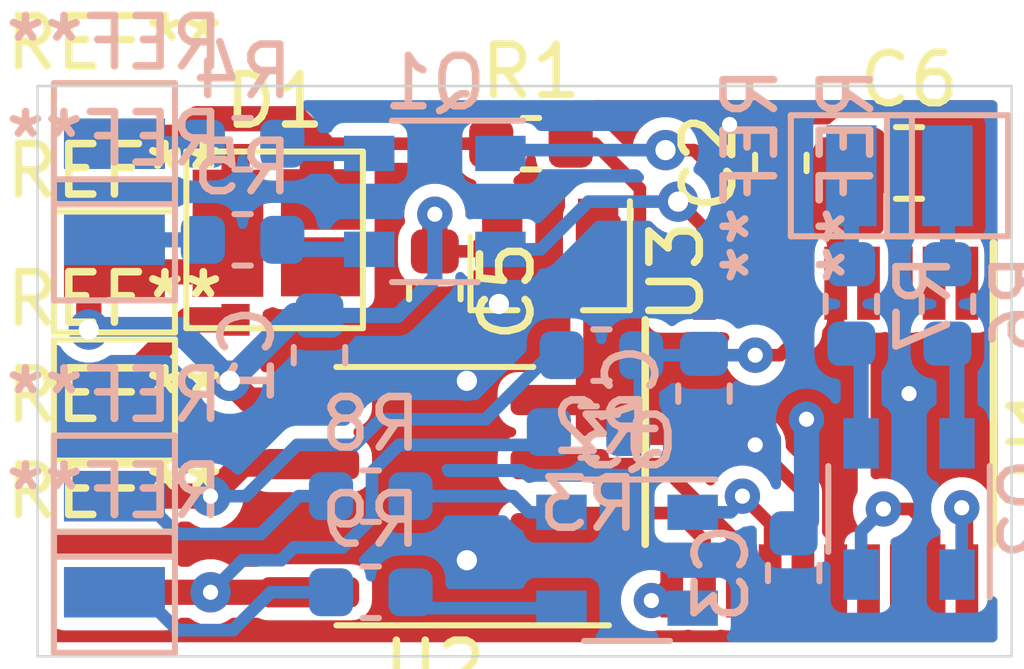
<source format=kicad_pcb>
(kicad_pcb (version 20171130) (host pcbnew 5.1.5-52549c5~84~ubuntu18.04.1)

  (general
    (thickness 1)
    (drawings 4)
    (tracks 156)
    (zones 0)
    (modules 33)
    (nets 37)
  )

  (page A4)
  (layers
    (0 F.Cu signal)
    (31 B.Cu signal)
    (32 B.Adhes user)
    (33 F.Adhes user)
    (34 B.Paste user)
    (35 F.Paste user)
    (36 B.SilkS user hide)
    (37 F.SilkS user hide)
    (38 B.Mask user)
    (39 F.Mask user)
    (40 Dwgs.User user)
    (41 Cmts.User user)
    (42 Eco1.User user)
    (43 Eco2.User user)
    (44 Edge.Cuts user)
    (45 Margin user)
    (46 B.CrtYd user)
    (47 F.CrtYd user)
    (48 B.Fab user hide)
    (49 F.Fab user hide)
  )

  (setup
    (last_trace_width 0.25)
    (user_trace_width 0.3)
    (user_trace_width 0.5)
    (trace_clearance 0.2)
    (zone_clearance 0.254)
    (zone_45_only no)
    (trace_min 0.2)
    (via_size 0.8)
    (via_drill 0.4)
    (via_min_size 0.4)
    (via_min_drill 0.3)
    (uvia_size 0.3)
    (uvia_drill 0.1)
    (uvias_allowed no)
    (uvia_min_size 0.2)
    (uvia_min_drill 0.1)
    (edge_width 0.05)
    (segment_width 0.2)
    (pcb_text_width 0.3)
    (pcb_text_size 1.5 1.5)
    (mod_edge_width 0.12)
    (mod_text_size 1 1)
    (mod_text_width 0.15)
    (pad_size 2 1)
    (pad_drill 0)
    (pad_to_mask_clearance 0.051)
    (solder_mask_min_width 0.25)
    (aux_axis_origin 0 0)
    (visible_elements FFFFFF7F)
    (pcbplotparams
      (layerselection 0x010fc_ffffffff)
      (usegerberextensions false)
      (usegerberattributes false)
      (usegerberadvancedattributes false)
      (creategerberjobfile false)
      (excludeedgelayer true)
      (linewidth 0.100000)
      (plotframeref false)
      (viasonmask false)
      (mode 1)
      (useauxorigin false)
      (hpglpennumber 1)
      (hpglpenspeed 20)
      (hpglpendiameter 15.000000)
      (psnegative false)
      (psa4output false)
      (plotreference true)
      (plotvalue true)
      (plotinvisibletext false)
      (padsonsilk false)
      (subtractmaskfromsilk false)
      (outputformat 1)
      (mirror false)
      (drillshape 1)
      (scaleselection 1)
      (outputdirectory ""))
  )

  (net 0 "")
  (net 1 "Net-(U1-Pad18)")
  (net 2 "Net-(U1-Pad17)")
  (net 3 "Net-(U1-Pad3)")
  (net 4 "Net-(U1-Pad2)")
  (net 5 GND)
  (net 6 RAIL1)
  (net 7 /27V)
  (net 8 RAIL2)
  (net 9 /+3V3)
  (net 10 /NRST)
  (net 11 /BOOT0)
  (net 12 /TIM14_CH1)
  (net 13 /SWCLK)
  (net 14 /SWDIO)
  (net 15 /ADC_IN1)
  (net 16 /ADC_IN0)
  (net 17 M2)
  (net 18 M1)
  (net 19 /TIM3_CH2)
  (net 20 /TIM3_CH1)
  (net 21 F1)
  (net 22 F2)
  (net 23 "Net-(Q1-Pad6)")
  (net 24 "Net-(Q1-Pad4)")
  (net 25 "Net-(Q2-Pad6)")
  (net 26 "Net-(Q2-Pad4)")
  (net 27 F3)
  (net 28 F4)
  (net 29 "Net-(Q3-Pad6)")
  (net 30 "Net-(Q3-Pad4)")
  (net 31 FL)
  (net 32 RL)
  (net 33 /_RL)
  (net 34 /_FL)
  (net 35 /_F2)
  (net 36 /_F1)

  (net_class Default "This is the default net class."
    (clearance 0.2)
    (trace_width 0.25)
    (via_dia 0.8)
    (via_drill 0.4)
    (uvia_dia 0.3)
    (uvia_drill 0.1)
    (add_net /+3V3)
    (add_net /27V)
    (add_net /ADC_IN0)
    (add_net /ADC_IN1)
    (add_net /BOOT0)
    (add_net /NRST)
    (add_net /SWCLK)
    (add_net /SWDIO)
    (add_net /TIM14_CH1)
    (add_net /TIM3_CH1)
    (add_net /TIM3_CH2)
    (add_net /_F1)
    (add_net /_F2)
    (add_net /_FL)
    (add_net /_RL)
    (add_net F1)
    (add_net F2)
    (add_net F3)
    (add_net F4)
    (add_net FL)
    (add_net GND)
    (add_net M1)
    (add_net M2)
    (add_net "Net-(Q1-Pad4)")
    (add_net "Net-(Q1-Pad6)")
    (add_net "Net-(Q2-Pad4)")
    (add_net "Net-(Q2-Pad6)")
    (add_net "Net-(Q3-Pad4)")
    (add_net "Net-(Q3-Pad6)")
    (add_net "Net-(U1-Pad17)")
    (add_net "Net-(U1-Pad18)")
    (add_net "Net-(U1-Pad2)")
    (add_net "Net-(U1-Pad3)")
    (add_net RAIL1)
    (add_net RAIL2)
    (add_net RL)
  )

  (module Capacitor_SMD:C_0603_1608Metric (layer B.Cu) (tedit 5B301BBE) (tstamp 5E653FF8)
    (at 119.634 84.836 270)
    (descr "Capacitor SMD 0603 (1608 Metric), square (rectangular) end terminal, IPC_7351 nominal, (Body size source: http://www.tortai-tech.com/upload/download/2011102023233369053.pdf), generated with kicad-footprint-generator")
    (tags capacitor)
    (path /5E65CF36)
    (attr smd)
    (fp_text reference C1 (at 0 1.43 270) (layer B.SilkS)
      (effects (font (size 1 1) (thickness 0.15)) (justify mirror))
    )
    (fp_text value C (at 0 -1.43 270) (layer B.Fab)
      (effects (font (size 1 1) (thickness 0.15)) (justify mirror))
    )
    (fp_text user %R (at 0 0 270) (layer B.Fab)
      (effects (font (size 0.4 0.4) (thickness 0.06)) (justify mirror))
    )
    (fp_line (start 1.48 -0.73) (end -1.48 -0.73) (layer B.CrtYd) (width 0.05))
    (fp_line (start 1.48 0.73) (end 1.48 -0.73) (layer B.CrtYd) (width 0.05))
    (fp_line (start -1.48 0.73) (end 1.48 0.73) (layer B.CrtYd) (width 0.05))
    (fp_line (start -1.48 -0.73) (end -1.48 0.73) (layer B.CrtYd) (width 0.05))
    (fp_line (start -0.162779 -0.51) (end 0.162779 -0.51) (layer B.SilkS) (width 0.12))
    (fp_line (start -0.162779 0.51) (end 0.162779 0.51) (layer B.SilkS) (width 0.12))
    (fp_line (start 0.8 -0.4) (end -0.8 -0.4) (layer B.Fab) (width 0.1))
    (fp_line (start 0.8 0.4) (end 0.8 -0.4) (layer B.Fab) (width 0.1))
    (fp_line (start -0.8 0.4) (end 0.8 0.4) (layer B.Fab) (width 0.1))
    (fp_line (start -0.8 -0.4) (end -0.8 0.4) (layer B.Fab) (width 0.1))
    (pad 2 smd roundrect (at 0.7875 0 270) (size 0.875 0.95) (layers B.Cu B.Paste B.Mask) (roundrect_rratio 0.25)
      (net 5 GND))
    (pad 1 smd roundrect (at -0.7875 0 270) (size 0.875 0.95) (layers B.Cu B.Paste B.Mask) (roundrect_rratio 0.25)
      (net 7 /27V))
    (model ${KISYS3DMOD}/Capacitor_SMD.3dshapes/C_0603_1608Metric.wrl
      (at (xyz 0 0 0))
      (scale (xyz 1 1 1))
      (rotate (xyz 0 0 0))
    )
  )

  (module TestPoint:TestPoint_Pad_2.0x2.0mm (layer B.Cu) (tedit 5E660247) (tstamp 5E6604C8)
    (at 130.175 81.28 270)
    (descr "SMD rectangular pad as test Point, square 2.0mm side length")
    (tags "test point SMD pad rectangle square")
    (attr virtual)
    (fp_text reference REF** (at 0 1.998 90) (layer B.SilkS)
      (effects (font (size 1 1) (thickness 0.15)) (justify mirror))
    )
    (fp_text value TestPoint_Pad_2.0x2.0mm (at 0 -2.05 90) (layer B.Fab)
      (effects (font (size 1 1) (thickness 0.15)) (justify mirror))
    )
    (fp_line (start 1.5 -1.5) (end -1.5 -1.5) (layer B.CrtYd) (width 0.05))
    (fp_line (start 1.5 -1.5) (end 1.5 1.5) (layer B.CrtYd) (width 0.05))
    (fp_line (start -1.5 1.5) (end -1.5 -1.5) (layer B.CrtYd) (width 0.05))
    (fp_line (start -1.5 1.5) (end 1.5 1.5) (layer B.CrtYd) (width 0.05))
    (fp_line (start -1.2 -1.2) (end -1.2 1.2) (layer B.SilkS) (width 0.12))
    (fp_line (start 1.2 -1.2) (end -1.2 -1.2) (layer B.SilkS) (width 0.12))
    (fp_line (start 1.2 1.2) (end 1.2 -1.2) (layer B.SilkS) (width 0.12))
    (fp_line (start -1.2 1.2) (end 1.2 1.2) (layer B.SilkS) (width 0.12))
    (fp_text user %R (at 0 2 90) (layer B.Fab)
      (effects (font (size 1 1) (thickness 0.15)) (justify mirror))
    )
    (pad 1 smd rect (at 0 0 270) (size 2 1) (layers B.Cu B.Mask)
      (net 28 F4))
  )

  (module TestPoint:TestPoint_Pad_2.0x2.0mm (layer B.Cu) (tedit 5E66023D) (tstamp 5E660465)
    (at 132.08 81.28 270)
    (descr "SMD rectangular pad as test Point, square 2.0mm side length")
    (tags "test point SMD pad rectangle square")
    (attr virtual)
    (fp_text reference REF** (at 0 1.998 90) (layer B.SilkS)
      (effects (font (size 1 1) (thickness 0.15)) (justify mirror))
    )
    (fp_text value TestPoint_Pad_2.0x2.0mm (at 0 -2.05 90) (layer B.Fab)
      (effects (font (size 1 1) (thickness 0.15)) (justify mirror))
    )
    (fp_text user %R (at 0 2 90) (layer B.Fab)
      (effects (font (size 1 1) (thickness 0.15)) (justify mirror))
    )
    (fp_line (start -1.2 1.2) (end 1.2 1.2) (layer B.SilkS) (width 0.12))
    (fp_line (start 1.2 1.2) (end 1.2 -1.2) (layer B.SilkS) (width 0.12))
    (fp_line (start 1.2 -1.2) (end -1.2 -1.2) (layer B.SilkS) (width 0.12))
    (fp_line (start -1.2 -1.2) (end -1.2 1.2) (layer B.SilkS) (width 0.12))
    (fp_line (start -1.5 1.5) (end 1.5 1.5) (layer B.CrtYd) (width 0.05))
    (fp_line (start -1.5 1.5) (end -1.5 -1.5) (layer B.CrtYd) (width 0.05))
    (fp_line (start 1.5 -1.5) (end 1.5 1.5) (layer B.CrtYd) (width 0.05))
    (fp_line (start 1.5 -1.5) (end -1.5 -1.5) (layer B.CrtYd) (width 0.05))
    (pad 1 smd rect (at 0 0 270) (size 2 1) (layers B.Cu B.Mask)
      (net 27 F3))
  )

  (module Capacitor_SMD:C_0805_2012Metric (layer F.Cu) (tedit 5B36C52B) (tstamp 5E661148)
    (at 131.318 81.026)
    (descr "Capacitor SMD 0805 (2012 Metric), square (rectangular) end terminal, IPC_7351 nominal, (Body size source: https://docs.google.com/spreadsheets/d/1BsfQQcO9C6DZCsRaXUlFlo91Tg2WpOkGARC1WS5S8t0/edit?usp=sharing), generated with kicad-footprint-generator")
    (tags capacitor)
    (path /5E67137D)
    (attr smd)
    (fp_text reference C6 (at 0 -1.65 180) (layer F.SilkS)
      (effects (font (size 1 1) (thickness 0.15)))
    )
    (fp_text value 2u2 (at 0 1.65 180) (layer F.Fab)
      (effects (font (size 1 1) (thickness 0.15)))
    )
    (fp_text user %R (at 0 0 180) (layer F.Fab)
      (effects (font (size 0.5 0.5) (thickness 0.08)))
    )
    (fp_line (start 1.68 0.95) (end -1.68 0.95) (layer F.CrtYd) (width 0.05))
    (fp_line (start 1.68 -0.95) (end 1.68 0.95) (layer F.CrtYd) (width 0.05))
    (fp_line (start -1.68 -0.95) (end 1.68 -0.95) (layer F.CrtYd) (width 0.05))
    (fp_line (start -1.68 0.95) (end -1.68 -0.95) (layer F.CrtYd) (width 0.05))
    (fp_line (start -0.258578 0.71) (end 0.258578 0.71) (layer F.SilkS) (width 0.12))
    (fp_line (start -0.258578 -0.71) (end 0.258578 -0.71) (layer F.SilkS) (width 0.12))
    (fp_line (start 1 0.6) (end -1 0.6) (layer F.Fab) (width 0.1))
    (fp_line (start 1 -0.6) (end 1 0.6) (layer F.Fab) (width 0.1))
    (fp_line (start -1 -0.6) (end 1 -0.6) (layer F.Fab) (width 0.1))
    (fp_line (start -1 0.6) (end -1 -0.6) (layer F.Fab) (width 0.1))
    (pad 2 smd roundrect (at 0.9375 0) (size 0.975 1.4) (layers F.Cu F.Paste F.Mask) (roundrect_rratio 0.25)
      (net 5 GND))
    (pad 1 smd roundrect (at -0.9375 0) (size 0.975 1.4) (layers F.Cu F.Paste F.Mask) (roundrect_rratio 0.25)
      (net 9 /+3V3))
    (model ${KISYS3DMOD}/Capacitor_SMD.3dshapes/C_0805_2012Metric.wrl
      (at (xyz 0 0 0))
      (scale (xyz 1 1 1))
      (rotate (xyz 0 0 0))
    )
  )

  (module Capacitor_SMD:C_0603_1608Metric (layer F.Cu) (tedit 5B301BBE) (tstamp 5E65C949)
    (at 121.92 83.566 270)
    (descr "Capacitor SMD 0603 (1608 Metric), square (rectangular) end terminal, IPC_7351 nominal, (Body size source: http://www.tortai-tech.com/upload/download/2011102023233369053.pdf), generated with kicad-footprint-generator")
    (tags capacitor)
    (path /5E6B1D41)
    (attr smd)
    (fp_text reference C5 (at 0 -1.43 90) (layer F.SilkS)
      (effects (font (size 1 1) (thickness 0.15)))
    )
    (fp_text value C (at 0 1.43 90) (layer F.Fab)
      (effects (font (size 1 1) (thickness 0.15)))
    )
    (fp_text user %R (at 0 0 90) (layer F.Fab)
      (effects (font (size 0.4 0.4) (thickness 0.06)))
    )
    (fp_line (start 1.48 0.73) (end -1.48 0.73) (layer F.CrtYd) (width 0.05))
    (fp_line (start 1.48 -0.73) (end 1.48 0.73) (layer F.CrtYd) (width 0.05))
    (fp_line (start -1.48 -0.73) (end 1.48 -0.73) (layer F.CrtYd) (width 0.05))
    (fp_line (start -1.48 0.73) (end -1.48 -0.73) (layer F.CrtYd) (width 0.05))
    (fp_line (start -0.162779 0.51) (end 0.162779 0.51) (layer F.SilkS) (width 0.12))
    (fp_line (start -0.162779 -0.51) (end 0.162779 -0.51) (layer F.SilkS) (width 0.12))
    (fp_line (start 0.8 0.4) (end -0.8 0.4) (layer F.Fab) (width 0.1))
    (fp_line (start 0.8 -0.4) (end 0.8 0.4) (layer F.Fab) (width 0.1))
    (fp_line (start -0.8 -0.4) (end 0.8 -0.4) (layer F.Fab) (width 0.1))
    (fp_line (start -0.8 0.4) (end -0.8 -0.4) (layer F.Fab) (width 0.1))
    (pad 2 smd roundrect (at 0.7875 0 270) (size 0.875 0.95) (layers F.Cu F.Paste F.Mask) (roundrect_rratio 0.25)
      (net 5 GND))
    (pad 1 smd roundrect (at -0.7875 0 270) (size 0.875 0.95) (layers F.Cu F.Paste F.Mask) (roundrect_rratio 0.25)
      (net 7 /27V))
    (model ${KISYS3DMOD}/Capacitor_SMD.3dshapes/C_0603_1608Metric.wrl
      (at (xyz 0 0 0))
      (scale (xyz 1 1 1))
      (rotate (xyz 0 0 0))
    )
  )

  (module TestPoint:TestPoint_Pad_2.0x2.0mm (layer B.Cu) (tedit 5E656910) (tstamp 5E6595EA)
    (at 115.57 89.535 180)
    (descr "SMD rectangular pad as test Point, square 2.0mm side length")
    (tags "test point SMD pad rectangle square")
    (attr virtual)
    (fp_text reference REF** (at 0 1.998) (layer B.SilkS)
      (effects (font (size 1 1) (thickness 0.15)) (justify mirror))
    )
    (fp_text value TestPoint_Pad_2.0x2.0mm (at 0 -2.05) (layer B.Fab)
      (effects (font (size 1 1) (thickness 0.15)) (justify mirror))
    )
    (fp_line (start 1.5 -1.5) (end -1.5 -1.5) (layer B.CrtYd) (width 0.05))
    (fp_line (start 1.5 -1.5) (end 1.5 1.5) (layer B.CrtYd) (width 0.05))
    (fp_line (start -1.5 1.5) (end -1.5 -1.5) (layer B.CrtYd) (width 0.05))
    (fp_line (start -1.5 1.5) (end 1.5 1.5) (layer B.CrtYd) (width 0.05))
    (fp_line (start -1.2 -1.2) (end -1.2 1.2) (layer B.SilkS) (width 0.12))
    (fp_line (start 1.2 -1.2) (end -1.2 -1.2) (layer B.SilkS) (width 0.12))
    (fp_line (start 1.2 1.2) (end 1.2 -1.2) (layer B.SilkS) (width 0.12))
    (fp_line (start -1.2 1.2) (end 1.2 1.2) (layer B.SilkS) (width 0.12))
    (fp_text user %R (at 0 2) (layer B.Fab)
      (effects (font (size 1 1) (thickness 0.15)) (justify mirror))
    )
    (pad 1 smd rect (at 0 0 180) (size 2 1) (layers B.Cu B.Mask)
      (net 32 RL))
  )

  (module TestPoint:TestPoint_Pad_2.0x2.0mm (layer B.Cu) (tedit 5E6568FE) (tstamp 5E65959A)
    (at 115.57 87.63 180)
    (descr "SMD rectangular pad as test Point, square 2.0mm side length")
    (tags "test point SMD pad rectangle square")
    (attr virtual)
    (fp_text reference REF** (at 0 1.998) (layer B.SilkS)
      (effects (font (size 1 1) (thickness 0.15)) (justify mirror))
    )
    (fp_text value TestPoint_Pad_2.0x2.0mm (at 0 -2.05) (layer B.Fab)
      (effects (font (size 1 1) (thickness 0.15)) (justify mirror))
    )
    (fp_text user %R (at 0 2) (layer B.Fab)
      (effects (font (size 1 1) (thickness 0.15)) (justify mirror))
    )
    (fp_line (start -1.2 1.2) (end 1.2 1.2) (layer B.SilkS) (width 0.12))
    (fp_line (start 1.2 1.2) (end 1.2 -1.2) (layer B.SilkS) (width 0.12))
    (fp_line (start 1.2 -1.2) (end -1.2 -1.2) (layer B.SilkS) (width 0.12))
    (fp_line (start -1.2 -1.2) (end -1.2 1.2) (layer B.SilkS) (width 0.12))
    (fp_line (start -1.5 1.5) (end 1.5 1.5) (layer B.CrtYd) (width 0.05))
    (fp_line (start -1.5 1.5) (end -1.5 -1.5) (layer B.CrtYd) (width 0.05))
    (fp_line (start 1.5 -1.5) (end 1.5 1.5) (layer B.CrtYd) (width 0.05))
    (fp_line (start 1.5 -1.5) (end -1.5 -1.5) (layer B.CrtYd) (width 0.05))
    (pad 1 smd rect (at 0 0 180) (size 2 1) (layers B.Cu B.Mask)
      (net 31 FL))
  )

  (module TestPoint:TestPoint_Pad_2.0x2.0mm (layer F.Cu) (tedit 5E65665D) (tstamp 5E658A11)
    (at 115.57 83.185)
    (descr "SMD rectangular pad as test Point, square 2.0mm side length")
    (tags "test point SMD pad rectangle square")
    (attr virtual)
    (fp_text reference REF** (at 0 -1.998) (layer F.SilkS)
      (effects (font (size 1 1) (thickness 0.15)))
    )
    (fp_text value TestPoint_Pad_2.0x2.0mm (at 0 2.05) (layer F.Fab)
      (effects (font (size 1 1) (thickness 0.15)))
    )
    (fp_text user %R (at 0 -2) (layer F.Fab)
      (effects (font (size 1 1) (thickness 0.15)))
    )
    (fp_line (start -1.2 -1.2) (end 1.2 -1.2) (layer F.SilkS) (width 0.12))
    (fp_line (start 1.2 -1.2) (end 1.2 1.2) (layer F.SilkS) (width 0.12))
    (fp_line (start 1.2 1.2) (end -1.2 1.2) (layer F.SilkS) (width 0.12))
    (fp_line (start -1.2 1.2) (end -1.2 -1.2) (layer F.SilkS) (width 0.12))
    (fp_line (start -1.5 -1.5) (end 1.5 -1.5) (layer F.CrtYd) (width 0.05))
    (fp_line (start -1.5 -1.5) (end -1.5 1.5) (layer F.CrtYd) (width 0.05))
    (fp_line (start 1.5 1.5) (end 1.5 -1.5) (layer F.CrtYd) (width 0.05))
    (fp_line (start 1.5 1.5) (end -1.5 1.5) (layer F.CrtYd) (width 0.05))
    (pad 1 smd rect (at 0 0) (size 2 1) (layers F.Cu F.Mask)
      (net 7 /27V))
  )

  (module TestPoint:TestPoint_Pad_2.0x2.0mm (layer B.Cu) (tedit 5E655A9C) (tstamp 5E657200)
    (at 115.57 82.55 180)
    (descr "SMD rectangular pad as test Point, square 2.0mm side length")
    (tags "test point SMD pad rectangle square")
    (attr virtual)
    (fp_text reference REF** (at 0 1.998) (layer B.SilkS)
      (effects (font (size 1 1) (thickness 0.15)) (justify mirror))
    )
    (fp_text value TestPoint_Pad_2.0x2.0mm (at 0 -2.05) (layer B.Fab)
      (effects (font (size 1 1) (thickness 0.15)) (justify mirror))
    )
    (fp_text user %R (at 0 2) (layer B.Fab)
      (effects (font (size 1 1) (thickness 0.15)) (justify mirror))
    )
    (fp_line (start -1.2 1.2) (end 1.2 1.2) (layer B.SilkS) (width 0.12))
    (fp_line (start 1.2 1.2) (end 1.2 -1.2) (layer B.SilkS) (width 0.12))
    (fp_line (start 1.2 -1.2) (end -1.2 -1.2) (layer B.SilkS) (width 0.12))
    (fp_line (start -1.2 -1.2) (end -1.2 1.2) (layer B.SilkS) (width 0.12))
    (fp_line (start -1.5 1.5) (end 1.5 1.5) (layer B.CrtYd) (width 0.05))
    (fp_line (start -1.5 1.5) (end -1.5 -1.5) (layer B.CrtYd) (width 0.05))
    (fp_line (start 1.5 -1.5) (end 1.5 1.5) (layer B.CrtYd) (width 0.05))
    (fp_line (start 1.5 -1.5) (end -1.5 -1.5) (layer B.CrtYd) (width 0.05))
    (pad 1 smd rect (at 0 0 180) (size 2 1) (layers B.Cu B.Mask)
      (net 22 F2))
  )

  (module Resistor_SMD:R_0603_1608Metric (layer B.Cu) (tedit 5B301BBD) (tstamp 5E659795)
    (at 120.65 89.535 180)
    (descr "Resistor SMD 0603 (1608 Metric), square (rectangular) end terminal, IPC_7351 nominal, (Body size source: http://www.tortai-tech.com/upload/download/2011102023233369053.pdf), generated with kicad-footprint-generator")
    (tags resistor)
    (path /5E676CDE)
    (attr smd)
    (fp_text reference R9 (at 0 1.43) (layer B.SilkS)
      (effects (font (size 1 1) (thickness 0.15)) (justify mirror))
    )
    (fp_text value TBD (at 0 -1.43) (layer B.Fab)
      (effects (font (size 1 1) (thickness 0.15)) (justify mirror))
    )
    (fp_text user %R (at 0 0) (layer B.Fab)
      (effects (font (size 0.4 0.4) (thickness 0.06)) (justify mirror))
    )
    (fp_line (start 1.48 -0.73) (end -1.48 -0.73) (layer B.CrtYd) (width 0.05))
    (fp_line (start 1.48 0.73) (end 1.48 -0.73) (layer B.CrtYd) (width 0.05))
    (fp_line (start -1.48 0.73) (end 1.48 0.73) (layer B.CrtYd) (width 0.05))
    (fp_line (start -1.48 -0.73) (end -1.48 0.73) (layer B.CrtYd) (width 0.05))
    (fp_line (start -0.162779 -0.51) (end 0.162779 -0.51) (layer B.SilkS) (width 0.12))
    (fp_line (start -0.162779 0.51) (end 0.162779 0.51) (layer B.SilkS) (width 0.12))
    (fp_line (start 0.8 -0.4) (end -0.8 -0.4) (layer B.Fab) (width 0.1))
    (fp_line (start 0.8 0.4) (end 0.8 -0.4) (layer B.Fab) (width 0.1))
    (fp_line (start -0.8 0.4) (end 0.8 0.4) (layer B.Fab) (width 0.1))
    (fp_line (start -0.8 -0.4) (end -0.8 0.4) (layer B.Fab) (width 0.1))
    (pad 2 smd roundrect (at 0.7875 0 180) (size 0.875 0.95) (layers B.Cu B.Paste B.Mask) (roundrect_rratio 0.25)
      (net 32 RL))
    (pad 1 smd roundrect (at -0.7875 0 180) (size 0.875 0.95) (layers B.Cu B.Paste B.Mask) (roundrect_rratio 0.25)
      (net 30 "Net-(Q3-Pad4)"))
    (model ${KISYS3DMOD}/Resistor_SMD.3dshapes/R_0603_1608Metric.wrl
      (at (xyz 0 0 0))
      (scale (xyz 1 1 1))
      (rotate (xyz 0 0 0))
    )
  )

  (module Resistor_SMD:R_0603_1608Metric (layer B.Cu) (tedit 5B301BBD) (tstamp 5E659CE7)
    (at 120.65 87.63 180)
    (descr "Resistor SMD 0603 (1608 Metric), square (rectangular) end terminal, IPC_7351 nominal, (Body size source: http://www.tortai-tech.com/upload/download/2011102023233369053.pdf), generated with kicad-footprint-generator")
    (tags resistor)
    (path /5E676CD3)
    (attr smd)
    (fp_text reference R8 (at 0 1.43) (layer B.SilkS)
      (effects (font (size 1 1) (thickness 0.15)) (justify mirror))
    )
    (fp_text value TBD (at 0 -1.43) (layer B.Fab)
      (effects (font (size 1 1) (thickness 0.15)) (justify mirror))
    )
    (fp_text user %R (at 0 0) (layer B.Fab)
      (effects (font (size 0.4 0.4) (thickness 0.06)) (justify mirror))
    )
    (fp_line (start 1.48 -0.73) (end -1.48 -0.73) (layer B.CrtYd) (width 0.05))
    (fp_line (start 1.48 0.73) (end 1.48 -0.73) (layer B.CrtYd) (width 0.05))
    (fp_line (start -1.48 0.73) (end 1.48 0.73) (layer B.CrtYd) (width 0.05))
    (fp_line (start -1.48 -0.73) (end -1.48 0.73) (layer B.CrtYd) (width 0.05))
    (fp_line (start -0.162779 -0.51) (end 0.162779 -0.51) (layer B.SilkS) (width 0.12))
    (fp_line (start -0.162779 0.51) (end 0.162779 0.51) (layer B.SilkS) (width 0.12))
    (fp_line (start 0.8 -0.4) (end -0.8 -0.4) (layer B.Fab) (width 0.1))
    (fp_line (start 0.8 0.4) (end 0.8 -0.4) (layer B.Fab) (width 0.1))
    (fp_line (start -0.8 0.4) (end 0.8 0.4) (layer B.Fab) (width 0.1))
    (fp_line (start -0.8 -0.4) (end -0.8 0.4) (layer B.Fab) (width 0.1))
    (pad 2 smd roundrect (at 0.7875 0 180) (size 0.875 0.95) (layers B.Cu B.Paste B.Mask) (roundrect_rratio 0.25)
      (net 31 FL))
    (pad 1 smd roundrect (at -0.7875 0 180) (size 0.875 0.95) (layers B.Cu B.Paste B.Mask) (roundrect_rratio 0.25)
      (net 29 "Net-(Q3-Pad6)"))
    (model ${KISYS3DMOD}/Resistor_SMD.3dshapes/R_0603_1608Metric.wrl
      (at (xyz 0 0 0))
      (scale (xyz 1 1 1))
      (rotate (xyz 0 0 0))
    )
  )

  (module Package_TO_SOT_SMD:SuperSOT-6 (layer B.Cu) (tedit 5A02FF57) (tstamp 5E6597CA)
    (at 125.73 88.9 180)
    (descr "6-pin SuperSOT package http://www.mouser.com/ds/2/149/FMB5551-889214.pdf")
    (tags "SuperSOT-6 SSOT-6")
    (path /5E676CB2)
    (attr smd)
    (fp_text reference Q3 (at 0 2.35) (layer B.SilkS)
      (effects (font (size 1 1) (thickness 0.15)) (justify mirror))
    )
    (fp_text value FDC6561AN (at 0 -2.5) (layer B.Fab)
      (effects (font (size 1 1) (thickness 0.15)) (justify mirror))
    )
    (fp_line (start 2.05 -1.7) (end -2.05 -1.7) (layer B.CrtYd) (width 0.05))
    (fp_line (start 2.05 -1.7) (end 2.05 1.7) (layer B.CrtYd) (width 0.05))
    (fp_line (start -2.05 1.7) (end -2.05 -1.7) (layer B.CrtYd) (width 0.05))
    (fp_line (start -2.05 1.7) (end 2.05 1.7) (layer B.CrtYd) (width 0.05))
    (fp_line (start -0.85 1) (end -0.85 -1.45) (layer B.Fab) (width 0.12))
    (fp_line (start -0.4 1.45) (end -0.85 1) (layer B.Fab) (width 0.12))
    (fp_line (start 0.85 1.45) (end -0.4 1.45) (layer B.Fab) (width 0.12))
    (fp_line (start 0.85 -1.45) (end 0.85 1.45) (layer B.Fab) (width 0.12))
    (fp_line (start -0.85 -1.45) (end 0.85 -1.45) (layer B.Fab) (width 0.12))
    (fp_line (start 0.85 -1.6) (end -0.85 -1.6) (layer B.SilkS) (width 0.12))
    (fp_line (start 0.85 1.6) (end -1.75 1.6) (layer B.SilkS) (width 0.12))
    (fp_text user %R (at 0 0 270) (layer B.Fab)
      (effects (font (size 0.5 0.5) (thickness 0.075)) (justify mirror))
    )
    (pad 5 smd rect (at 1.3 0 180) (size 1 0.7) (layers B.Cu B.Paste B.Mask)
      (net 5 GND))
    (pad 6 smd rect (at 1.3 0.95 180) (size 1 0.7) (layers B.Cu B.Paste B.Mask)
      (net 29 "Net-(Q3-Pad6)"))
    (pad 4 smd rect (at 1.3 -0.95 180) (size 1 0.7) (layers B.Cu B.Paste B.Mask)
      (net 30 "Net-(Q3-Pad4)"))
    (pad 3 smd rect (at -1.3 -0.95 180) (size 1 0.7) (layers B.Cu B.Paste B.Mask)
      (net 33 /_RL))
    (pad 2 smd rect (at -1.3 0 180) (size 1 0.7) (layers B.Cu B.Paste B.Mask)
      (net 5 GND))
    (pad 1 smd rect (at -1.3 0.95 180) (size 1 0.7) (layers B.Cu B.Paste B.Mask)
      (net 34 /_FL))
    (model ${KISYS3DMOD}/Package_TO_SOT_SMD.3dshapes/SuperSOT-6.wrl
      (at (xyz 0 0 0))
      (scale (xyz 1 1 1))
      (rotate (xyz 0 0 0))
    )
  )

  (module TestPoint:TestPoint_Pad_2.0x2.0mm (layer B.Cu) (tedit 5E6558F3) (tstamp 5E6566EE)
    (at 115.57 80.645 180)
    (descr "SMD rectangular pad as test Point, square 2.0mm side length")
    (tags "test point SMD pad rectangle square")
    (attr virtual)
    (fp_text reference REF** (at 0 1.998) (layer B.SilkS)
      (effects (font (size 1 1) (thickness 0.15)) (justify mirror))
    )
    (fp_text value TestPoint_Pad_2.0x2.0mm (at 0 -2.05) (layer B.Fab)
      (effects (font (size 1 1) (thickness 0.15)) (justify mirror))
    )
    (fp_line (start 1.5 -1.5) (end -1.5 -1.5) (layer B.CrtYd) (width 0.05))
    (fp_line (start 1.5 -1.5) (end 1.5 1.5) (layer B.CrtYd) (width 0.05))
    (fp_line (start -1.5 1.5) (end -1.5 -1.5) (layer B.CrtYd) (width 0.05))
    (fp_line (start -1.5 1.5) (end 1.5 1.5) (layer B.CrtYd) (width 0.05))
    (fp_line (start -1.2 -1.2) (end -1.2 1.2) (layer B.SilkS) (width 0.12))
    (fp_line (start 1.2 -1.2) (end -1.2 -1.2) (layer B.SilkS) (width 0.12))
    (fp_line (start 1.2 1.2) (end 1.2 -1.2) (layer B.SilkS) (width 0.12))
    (fp_line (start -1.2 1.2) (end 1.2 1.2) (layer B.SilkS) (width 0.12))
    (fp_text user %R (at 0 2) (layer B.Fab)
      (effects (font (size 1 1) (thickness 0.15)) (justify mirror))
    )
    (pad 1 smd rect (at 0 0 180) (size 2 1) (layers B.Cu B.Mask)
      (net 21 F1))
  )

  (module Resistor_SMD:R_0603_1608Metric (layer B.Cu) (tedit 5B301BBD) (tstamp 5E65738B)
    (at 130.175 83.82 90)
    (descr "Resistor SMD 0603 (1608 Metric), square (rectangular) end terminal, IPC_7351 nominal, (Body size source: http://www.tortai-tech.com/upload/download/2011102023233369053.pdf), generated with kicad-footprint-generator")
    (tags resistor)
    (path /5E66D59D)
    (attr smd)
    (fp_text reference R7 (at 0 1.43 90) (layer B.SilkS)
      (effects (font (size 1 1) (thickness 0.15)) (justify mirror))
    )
    (fp_text value TBD (at 0 -1.43 90) (layer B.Fab)
      (effects (font (size 1 1) (thickness 0.15)) (justify mirror))
    )
    (fp_text user %R (at 0 0 90) (layer B.Fab)
      (effects (font (size 0.4 0.4) (thickness 0.06)) (justify mirror))
    )
    (fp_line (start 1.48 -0.73) (end -1.48 -0.73) (layer B.CrtYd) (width 0.05))
    (fp_line (start 1.48 0.73) (end 1.48 -0.73) (layer B.CrtYd) (width 0.05))
    (fp_line (start -1.48 0.73) (end 1.48 0.73) (layer B.CrtYd) (width 0.05))
    (fp_line (start -1.48 -0.73) (end -1.48 0.73) (layer B.CrtYd) (width 0.05))
    (fp_line (start -0.162779 -0.51) (end 0.162779 -0.51) (layer B.SilkS) (width 0.12))
    (fp_line (start -0.162779 0.51) (end 0.162779 0.51) (layer B.SilkS) (width 0.12))
    (fp_line (start 0.8 -0.4) (end -0.8 -0.4) (layer B.Fab) (width 0.1))
    (fp_line (start 0.8 0.4) (end 0.8 -0.4) (layer B.Fab) (width 0.1))
    (fp_line (start -0.8 0.4) (end 0.8 0.4) (layer B.Fab) (width 0.1))
    (fp_line (start -0.8 -0.4) (end -0.8 0.4) (layer B.Fab) (width 0.1))
    (pad 2 smd roundrect (at 0.7875 0 90) (size 0.875 0.95) (layers B.Cu B.Paste B.Mask) (roundrect_rratio 0.25)
      (net 28 F4))
    (pad 1 smd roundrect (at -0.7875 0 90) (size 0.875 0.95) (layers B.Cu B.Paste B.Mask) (roundrect_rratio 0.25)
      (net 26 "Net-(Q2-Pad4)"))
    (model ${KISYS3DMOD}/Resistor_SMD.3dshapes/R_0603_1608Metric.wrl
      (at (xyz 0 0 0))
      (scale (xyz 1 1 1))
      (rotate (xyz 0 0 0))
    )
  )

  (module Resistor_SMD:R_0603_1608Metric (layer B.Cu) (tedit 5B301BBD) (tstamp 5E65742A)
    (at 132.08 83.82 90)
    (descr "Resistor SMD 0603 (1608 Metric), square (rectangular) end terminal, IPC_7351 nominal, (Body size source: http://www.tortai-tech.com/upload/download/2011102023233369053.pdf), generated with kicad-footprint-generator")
    (tags resistor)
    (path /5E66D592)
    (attr smd)
    (fp_text reference R6 (at 0 1.43 90) (layer B.SilkS)
      (effects (font (size 1 1) (thickness 0.15)) (justify mirror))
    )
    (fp_text value TBD (at 0 -1.43 90) (layer B.Fab)
      (effects (font (size 1 1) (thickness 0.15)) (justify mirror))
    )
    (fp_text user %R (at 0 0 90) (layer B.Fab)
      (effects (font (size 0.4 0.4) (thickness 0.06)) (justify mirror))
    )
    (fp_line (start 1.48 -0.73) (end -1.48 -0.73) (layer B.CrtYd) (width 0.05))
    (fp_line (start 1.48 0.73) (end 1.48 -0.73) (layer B.CrtYd) (width 0.05))
    (fp_line (start -1.48 0.73) (end 1.48 0.73) (layer B.CrtYd) (width 0.05))
    (fp_line (start -1.48 -0.73) (end -1.48 0.73) (layer B.CrtYd) (width 0.05))
    (fp_line (start -0.162779 -0.51) (end 0.162779 -0.51) (layer B.SilkS) (width 0.12))
    (fp_line (start -0.162779 0.51) (end 0.162779 0.51) (layer B.SilkS) (width 0.12))
    (fp_line (start 0.8 -0.4) (end -0.8 -0.4) (layer B.Fab) (width 0.1))
    (fp_line (start 0.8 0.4) (end 0.8 -0.4) (layer B.Fab) (width 0.1))
    (fp_line (start -0.8 0.4) (end 0.8 0.4) (layer B.Fab) (width 0.1))
    (fp_line (start -0.8 -0.4) (end -0.8 0.4) (layer B.Fab) (width 0.1))
    (pad 2 smd roundrect (at 0.7875 0 90) (size 0.875 0.95) (layers B.Cu B.Paste B.Mask) (roundrect_rratio 0.25)
      (net 27 F3))
    (pad 1 smd roundrect (at -0.7875 0 90) (size 0.875 0.95) (layers B.Cu B.Paste B.Mask) (roundrect_rratio 0.25)
      (net 25 "Net-(Q2-Pad6)"))
    (model ${KISYS3DMOD}/Resistor_SMD.3dshapes/R_0603_1608Metric.wrl
      (at (xyz 0 0 0))
      (scale (xyz 1 1 1))
      (rotate (xyz 0 0 0))
    )
  )

  (module Package_TO_SOT_SMD:SuperSOT-6 (layer B.Cu) (tedit 5A02FF57) (tstamp 5E6601CC)
    (at 131.318 87.884 90)
    (descr "6-pin SuperSOT package http://www.mouser.com/ds/2/149/FMB5551-889214.pdf")
    (tags "SuperSOT-6 SSOT-6")
    (path /5E66D571)
    (attr smd)
    (fp_text reference Q2 (at 0 2.35 90) (layer B.SilkS)
      (effects (font (size 1 1) (thickness 0.15)) (justify mirror))
    )
    (fp_text value FDC6561AN (at 0 -2.5 90) (layer B.Fab)
      (effects (font (size 1 1) (thickness 0.15)) (justify mirror))
    )
    (fp_line (start 2.05 -1.7) (end -2.05 -1.7) (layer B.CrtYd) (width 0.05))
    (fp_line (start 2.05 -1.7) (end 2.05 1.7) (layer B.CrtYd) (width 0.05))
    (fp_line (start -2.05 1.7) (end -2.05 -1.7) (layer B.CrtYd) (width 0.05))
    (fp_line (start -2.05 1.7) (end 2.05 1.7) (layer B.CrtYd) (width 0.05))
    (fp_line (start -0.85 1) (end -0.85 -1.45) (layer B.Fab) (width 0.12))
    (fp_line (start -0.4 1.45) (end -0.85 1) (layer B.Fab) (width 0.12))
    (fp_line (start 0.85 1.45) (end -0.4 1.45) (layer B.Fab) (width 0.12))
    (fp_line (start 0.85 -1.45) (end 0.85 1.45) (layer B.Fab) (width 0.12))
    (fp_line (start -0.85 -1.45) (end 0.85 -1.45) (layer B.Fab) (width 0.12))
    (fp_line (start 0.85 -1.6) (end -0.85 -1.6) (layer B.SilkS) (width 0.12))
    (fp_line (start 0.85 1.6) (end -1.75 1.6) (layer B.SilkS) (width 0.12))
    (fp_text user %R (at 0 0 180) (layer B.Fab)
      (effects (font (size 0.5 0.5) (thickness 0.075)) (justify mirror))
    )
    (pad 5 smd rect (at 1.3 0 90) (size 1 0.7) (layers B.Cu B.Paste B.Mask)
      (net 5 GND))
    (pad 6 smd rect (at 1.3 0.95 90) (size 1 0.7) (layers B.Cu B.Paste B.Mask)
      (net 25 "Net-(Q2-Pad6)"))
    (pad 4 smd rect (at 1.3 -0.95 90) (size 1 0.7) (layers B.Cu B.Paste B.Mask)
      (net 26 "Net-(Q2-Pad4)"))
    (pad 3 smd rect (at -1.3 -0.95 90) (size 1 0.7) (layers B.Cu B.Paste B.Mask)
      (net 14 /SWDIO))
    (pad 2 smd rect (at -1.3 0 90) (size 1 0.7) (layers B.Cu B.Paste B.Mask)
      (net 5 GND))
    (pad 1 smd rect (at -1.3 0.95 90) (size 1 0.7) (layers B.Cu B.Paste B.Mask)
      (net 13 /SWCLK))
    (model ${KISYS3DMOD}/Package_TO_SOT_SMD.3dshapes/SuperSOT-6.wrl
      (at (xyz 0 0 0))
      (scale (xyz 1 1 1))
      (rotate (xyz 0 0 0))
    )
  )

  (module Resistor_SMD:R_0603_1608Metric (layer B.Cu) (tedit 5B301BBD) (tstamp 5E655F37)
    (at 118.11 82.55 180)
    (descr "Resistor SMD 0603 (1608 Metric), square (rectangular) end terminal, IPC_7351 nominal, (Body size source: http://www.tortai-tech.com/upload/download/2011102023233369053.pdf), generated with kicad-footprint-generator")
    (tags resistor)
    (path /5E66580D)
    (attr smd)
    (fp_text reference R5 (at 0 1.43) (layer B.SilkS)
      (effects (font (size 1 1) (thickness 0.15)) (justify mirror))
    )
    (fp_text value TBD (at 0 -1.43) (layer B.Fab)
      (effects (font (size 1 1) (thickness 0.15)) (justify mirror))
    )
    (fp_text user %R (at 0 0) (layer B.Fab)
      (effects (font (size 0.4 0.4) (thickness 0.06)) (justify mirror))
    )
    (fp_line (start 1.48 -0.73) (end -1.48 -0.73) (layer B.CrtYd) (width 0.05))
    (fp_line (start 1.48 0.73) (end 1.48 -0.73) (layer B.CrtYd) (width 0.05))
    (fp_line (start -1.48 0.73) (end 1.48 0.73) (layer B.CrtYd) (width 0.05))
    (fp_line (start -1.48 -0.73) (end -1.48 0.73) (layer B.CrtYd) (width 0.05))
    (fp_line (start -0.162779 -0.51) (end 0.162779 -0.51) (layer B.SilkS) (width 0.12))
    (fp_line (start -0.162779 0.51) (end 0.162779 0.51) (layer B.SilkS) (width 0.12))
    (fp_line (start 0.8 -0.4) (end -0.8 -0.4) (layer B.Fab) (width 0.1))
    (fp_line (start 0.8 0.4) (end 0.8 -0.4) (layer B.Fab) (width 0.1))
    (fp_line (start -0.8 0.4) (end 0.8 0.4) (layer B.Fab) (width 0.1))
    (fp_line (start -0.8 -0.4) (end -0.8 0.4) (layer B.Fab) (width 0.1))
    (pad 2 smd roundrect (at 0.7875 0 180) (size 0.875 0.95) (layers B.Cu B.Paste B.Mask) (roundrect_rratio 0.25)
      (net 22 F2))
    (pad 1 smd roundrect (at -0.7875 0 180) (size 0.875 0.95) (layers B.Cu B.Paste B.Mask) (roundrect_rratio 0.25)
      (net 24 "Net-(Q1-Pad4)"))
    (model ${KISYS3DMOD}/Resistor_SMD.3dshapes/R_0603_1608Metric.wrl
      (at (xyz 0 0 0))
      (scale (xyz 1 1 1))
      (rotate (xyz 0 0 0))
    )
  )

  (module Resistor_SMD:R_0603_1608Metric (layer B.Cu) (tedit 5B301BBD) (tstamp 5E655F26)
    (at 118.11 80.645 180)
    (descr "Resistor SMD 0603 (1608 Metric), square (rectangular) end terminal, IPC_7351 nominal, (Body size source: http://www.tortai-tech.com/upload/download/2011102023233369053.pdf), generated with kicad-footprint-generator")
    (tags resistor)
    (path /5E6634DD)
    (attr smd)
    (fp_text reference R4 (at 0 1.43) (layer B.SilkS)
      (effects (font (size 1 1) (thickness 0.15)) (justify mirror))
    )
    (fp_text value TBD (at 0 -1.43) (layer B.Fab)
      (effects (font (size 1 1) (thickness 0.15)) (justify mirror))
    )
    (fp_text user %R (at 0 0) (layer B.Fab)
      (effects (font (size 0.4 0.4) (thickness 0.06)) (justify mirror))
    )
    (fp_line (start 1.48 -0.73) (end -1.48 -0.73) (layer B.CrtYd) (width 0.05))
    (fp_line (start 1.48 0.73) (end 1.48 -0.73) (layer B.CrtYd) (width 0.05))
    (fp_line (start -1.48 0.73) (end 1.48 0.73) (layer B.CrtYd) (width 0.05))
    (fp_line (start -1.48 -0.73) (end -1.48 0.73) (layer B.CrtYd) (width 0.05))
    (fp_line (start -0.162779 -0.51) (end 0.162779 -0.51) (layer B.SilkS) (width 0.12))
    (fp_line (start -0.162779 0.51) (end 0.162779 0.51) (layer B.SilkS) (width 0.12))
    (fp_line (start 0.8 -0.4) (end -0.8 -0.4) (layer B.Fab) (width 0.1))
    (fp_line (start 0.8 0.4) (end 0.8 -0.4) (layer B.Fab) (width 0.1))
    (fp_line (start -0.8 0.4) (end 0.8 0.4) (layer B.Fab) (width 0.1))
    (fp_line (start -0.8 -0.4) (end -0.8 0.4) (layer B.Fab) (width 0.1))
    (pad 2 smd roundrect (at 0.7875 0 180) (size 0.875 0.95) (layers B.Cu B.Paste B.Mask) (roundrect_rratio 0.25)
      (net 21 F1))
    (pad 1 smd roundrect (at -0.7875 0 180) (size 0.875 0.95) (layers B.Cu B.Paste B.Mask) (roundrect_rratio 0.25)
      (net 23 "Net-(Q1-Pad6)"))
    (model ${KISYS3DMOD}/Resistor_SMD.3dshapes/R_0603_1608Metric.wrl
      (at (xyz 0 0 0))
      (scale (xyz 1 1 1))
      (rotate (xyz 0 0 0))
    )
  )

  (module Package_TO_SOT_SMD:SuperSOT-6 (layer B.Cu) (tedit 5A02FF57) (tstamp 5E655A55)
    (at 121.92 81.788 180)
    (descr "6-pin SuperSOT package http://www.mouser.com/ds/2/149/FMB5551-889214.pdf")
    (tags "SuperSOT-6 SSOT-6")
    (path /5E658AFB)
    (attr smd)
    (fp_text reference Q1 (at 0 2.35) (layer B.SilkS)
      (effects (font (size 1 1) (thickness 0.15)) (justify mirror))
    )
    (fp_text value FDC6561AN (at 0 -2.5) (layer B.Fab)
      (effects (font (size 1 1) (thickness 0.15)) (justify mirror))
    )
    (fp_line (start 2.05 -1.7) (end -2.05 -1.7) (layer B.CrtYd) (width 0.05))
    (fp_line (start 2.05 -1.7) (end 2.05 1.7) (layer B.CrtYd) (width 0.05))
    (fp_line (start -2.05 1.7) (end -2.05 -1.7) (layer B.CrtYd) (width 0.05))
    (fp_line (start -2.05 1.7) (end 2.05 1.7) (layer B.CrtYd) (width 0.05))
    (fp_line (start -0.85 1) (end -0.85 -1.45) (layer B.Fab) (width 0.12))
    (fp_line (start -0.4 1.45) (end -0.85 1) (layer B.Fab) (width 0.12))
    (fp_line (start 0.85 1.45) (end -0.4 1.45) (layer B.Fab) (width 0.12))
    (fp_line (start 0.85 -1.45) (end 0.85 1.45) (layer B.Fab) (width 0.12))
    (fp_line (start -0.85 -1.45) (end 0.85 -1.45) (layer B.Fab) (width 0.12))
    (fp_line (start 0.85 -1.6) (end -0.85 -1.6) (layer B.SilkS) (width 0.12))
    (fp_line (start 0.85 1.6) (end -1.75 1.6) (layer B.SilkS) (width 0.12))
    (fp_text user %R (at 0 0 270) (layer B.Fab)
      (effects (font (size 0.5 0.5) (thickness 0.075)) (justify mirror))
    )
    (pad 5 smd rect (at 1.3 0 180) (size 1 0.7) (layers B.Cu B.Paste B.Mask)
      (net 5 GND))
    (pad 6 smd rect (at 1.3 0.95 180) (size 1 0.7) (layers B.Cu B.Paste B.Mask)
      (net 23 "Net-(Q1-Pad6)"))
    (pad 4 smd rect (at 1.3 -0.95 180) (size 1 0.7) (layers B.Cu B.Paste B.Mask)
      (net 24 "Net-(Q1-Pad4)"))
    (pad 3 smd rect (at -1.3 -0.95 180) (size 1 0.7) (layers B.Cu B.Paste B.Mask)
      (net 35 /_F2))
    (pad 2 smd rect (at -1.3 0 180) (size 1 0.7) (layers B.Cu B.Paste B.Mask)
      (net 5 GND))
    (pad 1 smd rect (at -1.3 0.95 180) (size 1 0.7) (layers B.Cu B.Paste B.Mask)
      (net 36 /_F1))
    (model ${KISYS3DMOD}/Package_TO_SOT_SMD.3dshapes/SuperSOT-6.wrl
      (at (xyz 0 0 0))
      (scale (xyz 1 1 1))
      (rotate (xyz 0 0 0))
    )
  )

  (module Resistor_SMD:R_0603_1608Metric (layer B.Cu) (tedit 5B301BBD) (tstamp 5E655C87)
    (at 124.968 86.36)
    (descr "Resistor SMD 0603 (1608 Metric), square (rectangular) end terminal, IPC_7351 nominal, (Body size source: http://www.tortai-tech.com/upload/download/2011102023233369053.pdf), generated with kicad-footprint-generator")
    (tags resistor)
    (path /5E657FFF)
    (attr smd)
    (fp_text reference R3 (at 0 1.43) (layer B.SilkS)
      (effects (font (size 1 1) (thickness 0.15)) (justify mirror))
    )
    (fp_text value 10K (at 0 -1.43) (layer B.Fab)
      (effects (font (size 1 1) (thickness 0.15)) (justify mirror))
    )
    (fp_text user %R (at 0 0) (layer B.Fab)
      (effects (font (size 0.4 0.4) (thickness 0.06)) (justify mirror))
    )
    (fp_line (start 1.48 -0.73) (end -1.48 -0.73) (layer B.CrtYd) (width 0.05))
    (fp_line (start 1.48 0.73) (end 1.48 -0.73) (layer B.CrtYd) (width 0.05))
    (fp_line (start -1.48 0.73) (end 1.48 0.73) (layer B.CrtYd) (width 0.05))
    (fp_line (start -1.48 -0.73) (end -1.48 0.73) (layer B.CrtYd) (width 0.05))
    (fp_line (start -0.162779 -0.51) (end 0.162779 -0.51) (layer B.SilkS) (width 0.12))
    (fp_line (start -0.162779 0.51) (end 0.162779 0.51) (layer B.SilkS) (width 0.12))
    (fp_line (start 0.8 -0.4) (end -0.8 -0.4) (layer B.Fab) (width 0.1))
    (fp_line (start 0.8 0.4) (end 0.8 -0.4) (layer B.Fab) (width 0.1))
    (fp_line (start -0.8 0.4) (end 0.8 0.4) (layer B.Fab) (width 0.1))
    (fp_line (start -0.8 -0.4) (end -0.8 0.4) (layer B.Fab) (width 0.1))
    (pad 2 smd roundrect (at 0.7875 0) (size 0.875 0.95) (layers B.Cu B.Paste B.Mask) (roundrect_rratio 0.25)
      (net 16 /ADC_IN0))
    (pad 1 smd roundrect (at -0.7875 0) (size 0.875 0.95) (layers B.Cu B.Paste B.Mask) (roundrect_rratio 0.25)
      (net 17 M2))
    (model ${KISYS3DMOD}/Resistor_SMD.3dshapes/R_0603_1608Metric.wrl
      (at (xyz 0 0 0))
      (scale (xyz 1 1 1))
      (rotate (xyz 0 0 0))
    )
  )

  (module Resistor_SMD:R_0603_1608Metric (layer B.Cu) (tedit 5B301BBD) (tstamp 5E65868F)
    (at 125.222 84.836)
    (descr "Resistor SMD 0603 (1608 Metric), square (rectangular) end terminal, IPC_7351 nominal, (Body size source: http://www.tortai-tech.com/upload/download/2011102023233369053.pdf), generated with kicad-footprint-generator")
    (tags resistor)
    (path /5E657A33)
    (attr smd)
    (fp_text reference R2 (at 0 1.43) (layer B.SilkS)
      (effects (font (size 1 1) (thickness 0.15)) (justify mirror))
    )
    (fp_text value 10K (at 0 -1.43) (layer B.Fab)
      (effects (font (size 1 1) (thickness 0.15)) (justify mirror))
    )
    (fp_text user %R (at 0 0) (layer B.Fab)
      (effects (font (size 0.4 0.4) (thickness 0.06)) (justify mirror))
    )
    (fp_line (start 1.48 -0.73) (end -1.48 -0.73) (layer B.CrtYd) (width 0.05))
    (fp_line (start 1.48 0.73) (end 1.48 -0.73) (layer B.CrtYd) (width 0.05))
    (fp_line (start -1.48 0.73) (end 1.48 0.73) (layer B.CrtYd) (width 0.05))
    (fp_line (start -1.48 -0.73) (end -1.48 0.73) (layer B.CrtYd) (width 0.05))
    (fp_line (start -0.162779 -0.51) (end 0.162779 -0.51) (layer B.SilkS) (width 0.12))
    (fp_line (start -0.162779 0.51) (end 0.162779 0.51) (layer B.SilkS) (width 0.12))
    (fp_line (start 0.8 -0.4) (end -0.8 -0.4) (layer B.Fab) (width 0.1))
    (fp_line (start 0.8 0.4) (end 0.8 -0.4) (layer B.Fab) (width 0.1))
    (fp_line (start -0.8 0.4) (end 0.8 0.4) (layer B.Fab) (width 0.1))
    (fp_line (start -0.8 -0.4) (end -0.8 0.4) (layer B.Fab) (width 0.1))
    (pad 2 smd roundrect (at 0.7875 0) (size 0.875 0.95) (layers B.Cu B.Paste B.Mask) (roundrect_rratio 0.25)
      (net 16 /ADC_IN0))
    (pad 1 smd roundrect (at -0.7875 0) (size 0.875 0.95) (layers B.Cu B.Paste B.Mask) (roundrect_rratio 0.25)
      (net 18 M1))
    (model ${KISYS3DMOD}/Resistor_SMD.3dshapes/R_0603_1608Metric.wrl
      (at (xyz 0 0 0))
      (scale (xyz 1 1 1))
      (rotate (xyz 0 0 0))
    )
  )

  (module Capacitor_SMD:C_0603_1608Metric (layer B.Cu) (tedit 5B301BBE) (tstamp 5E655C21)
    (at 127.254 85.598 270)
    (descr "Capacitor SMD 0603 (1608 Metric), square (rectangular) end terminal, IPC_7351 nominal, (Body size source: http://www.tortai-tech.com/upload/download/2011102023233369053.pdf), generated with kicad-footprint-generator")
    (tags capacitor)
    (path /5E65A3C0)
    (attr smd)
    (fp_text reference C4 (at 0 1.43 90) (layer B.SilkS)
      (effects (font (size 1 1) (thickness 0.15)) (justify mirror))
    )
    (fp_text value 100n (at 0 -1.43 90) (layer B.Fab)
      (effects (font (size 1 1) (thickness 0.15)) (justify mirror))
    )
    (fp_text user %R (at 0 0 90) (layer B.Fab)
      (effects (font (size 0.4 0.4) (thickness 0.06)) (justify mirror))
    )
    (fp_line (start 1.48 -0.73) (end -1.48 -0.73) (layer B.CrtYd) (width 0.05))
    (fp_line (start 1.48 0.73) (end 1.48 -0.73) (layer B.CrtYd) (width 0.05))
    (fp_line (start -1.48 0.73) (end 1.48 0.73) (layer B.CrtYd) (width 0.05))
    (fp_line (start -1.48 -0.73) (end -1.48 0.73) (layer B.CrtYd) (width 0.05))
    (fp_line (start -0.162779 -0.51) (end 0.162779 -0.51) (layer B.SilkS) (width 0.12))
    (fp_line (start -0.162779 0.51) (end 0.162779 0.51) (layer B.SilkS) (width 0.12))
    (fp_line (start 0.8 -0.4) (end -0.8 -0.4) (layer B.Fab) (width 0.1))
    (fp_line (start 0.8 0.4) (end 0.8 -0.4) (layer B.Fab) (width 0.1))
    (fp_line (start -0.8 0.4) (end 0.8 0.4) (layer B.Fab) (width 0.1))
    (fp_line (start -0.8 -0.4) (end -0.8 0.4) (layer B.Fab) (width 0.1))
    (pad 2 smd roundrect (at 0.7875 0 270) (size 0.875 0.95) (layers B.Cu B.Paste B.Mask) (roundrect_rratio 0.25)
      (net 5 GND))
    (pad 1 smd roundrect (at -0.7875 0 270) (size 0.875 0.95) (layers B.Cu B.Paste B.Mask) (roundrect_rratio 0.25)
      (net 16 /ADC_IN0))
    (model ${KISYS3DMOD}/Capacitor_SMD.3dshapes/C_0603_1608Metric.wrl
      (at (xyz 0 0 0))
      (scale (xyz 1 1 1))
      (rotate (xyz 0 0 0))
    )
  )

  (module Capacitor_SMD:C_0603_1608Metric (layer B.Cu) (tedit 5B301BBE) (tstamp 5E655C10)
    (at 129.032 89.154 270)
    (descr "Capacitor SMD 0603 (1608 Metric), square (rectangular) end terminal, IPC_7351 nominal, (Body size source: http://www.tortai-tech.com/upload/download/2011102023233369053.pdf), generated with kicad-footprint-generator")
    (tags capacitor)
    (path /5E687C29)
    (attr smd)
    (fp_text reference C3 (at 0 1.43 90) (layer B.SilkS)
      (effects (font (size 1 1) (thickness 0.15)) (justify mirror))
    )
    (fp_text value C (at 0 -1.43 90) (layer B.Fab)
      (effects (font (size 1 1) (thickness 0.15)) (justify mirror))
    )
    (fp_text user %R (at 0 0 90) (layer B.Fab)
      (effects (font (size 0.4 0.4) (thickness 0.06)) (justify mirror))
    )
    (fp_line (start 1.48 -0.73) (end -1.48 -0.73) (layer B.CrtYd) (width 0.05))
    (fp_line (start 1.48 0.73) (end 1.48 -0.73) (layer B.CrtYd) (width 0.05))
    (fp_line (start -1.48 0.73) (end 1.48 0.73) (layer B.CrtYd) (width 0.05))
    (fp_line (start -1.48 -0.73) (end -1.48 0.73) (layer B.CrtYd) (width 0.05))
    (fp_line (start -0.162779 -0.51) (end 0.162779 -0.51) (layer B.SilkS) (width 0.12))
    (fp_line (start -0.162779 0.51) (end 0.162779 0.51) (layer B.SilkS) (width 0.12))
    (fp_line (start 0.8 -0.4) (end -0.8 -0.4) (layer B.Fab) (width 0.1))
    (fp_line (start 0.8 0.4) (end 0.8 -0.4) (layer B.Fab) (width 0.1))
    (fp_line (start -0.8 0.4) (end 0.8 0.4) (layer B.Fab) (width 0.1))
    (fp_line (start -0.8 -0.4) (end -0.8 0.4) (layer B.Fab) (width 0.1))
    (pad 2 smd roundrect (at 0.7875 0 270) (size 0.875 0.95) (layers B.Cu B.Paste B.Mask) (roundrect_rratio 0.25)
      (net 5 GND))
    (pad 1 smd roundrect (at -0.7875 0 270) (size 0.875 0.95) (layers B.Cu B.Paste B.Mask) (roundrect_rratio 0.25)
      (net 9 /+3V3))
    (model ${KISYS3DMOD}/Capacitor_SMD.3dshapes/C_0603_1608Metric.wrl
      (at (xyz 0 0 0))
      (scale (xyz 1 1 1))
      (rotate (xyz 0 0 0))
    )
  )

  (module TestPoint:TestPoint_Pad_2.0x2.0mm (layer F.Cu) (tedit 5E654977) (tstamp 5E65A05B)
    (at 115.57 85.725)
    (descr "SMD rectangular pad as test Point, square 2.0mm side length")
    (tags "test point SMD pad rectangle square")
    (attr virtual)
    (fp_text reference REF** (at 0 -1.998) (layer F.SilkS)
      (effects (font (size 1 1) (thickness 0.15)))
    )
    (fp_text value TestPoint_Pad_2.0x2.0mm (at 0 2.05) (layer F.Fab)
      (effects (font (size 1 1) (thickness 0.15)))
    )
    (fp_text user %R (at 0 -2) (layer F.Fab)
      (effects (font (size 1 1) (thickness 0.15)))
    )
    (fp_line (start -1.2 -1.2) (end 1.2 -1.2) (layer F.SilkS) (width 0.12))
    (fp_line (start 1.2 -1.2) (end 1.2 1.2) (layer F.SilkS) (width 0.12))
    (fp_line (start 1.2 1.2) (end -1.2 1.2) (layer F.SilkS) (width 0.12))
    (fp_line (start -1.2 1.2) (end -1.2 -1.2) (layer F.SilkS) (width 0.12))
    (fp_line (start -1.5 -1.5) (end 1.5 -1.5) (layer F.CrtYd) (width 0.05))
    (fp_line (start -1.5 -1.5) (end -1.5 1.5) (layer F.CrtYd) (width 0.05))
    (fp_line (start 1.5 1.5) (end 1.5 -1.5) (layer F.CrtYd) (width 0.05))
    (fp_line (start 1.5 1.5) (end -1.5 1.5) (layer F.CrtYd) (width 0.05))
    (pad 1 smd rect (at 0 0) (size 2 1) (layers F.Cu F.Mask)
      (net 8 RAIL2))
  )

  (module TestPoint:TestPoint_Pad_2.0x2.0mm (layer F.Cu) (tedit 5E654963) (tstamp 5E65A041)
    (at 115.57 80.645)
    (descr "SMD rectangular pad as test Point, square 2.0mm side length")
    (tags "test point SMD pad rectangle square")
    (attr virtual)
    (fp_text reference REF** (at 0 -1.998) (layer F.SilkS)
      (effects (font (size 1 1) (thickness 0.15)))
    )
    (fp_text value TestPoint_Pad_2.0x2.0mm (at 0 2.05) (layer F.Fab)
      (effects (font (size 1 1) (thickness 0.15)))
    )
    (fp_line (start 1.5 1.5) (end -1.5 1.5) (layer F.CrtYd) (width 0.05))
    (fp_line (start 1.5 1.5) (end 1.5 -1.5) (layer F.CrtYd) (width 0.05))
    (fp_line (start -1.5 -1.5) (end -1.5 1.5) (layer F.CrtYd) (width 0.05))
    (fp_line (start -1.5 -1.5) (end 1.5 -1.5) (layer F.CrtYd) (width 0.05))
    (fp_line (start -1.2 1.2) (end -1.2 -1.2) (layer F.SilkS) (width 0.12))
    (fp_line (start 1.2 1.2) (end -1.2 1.2) (layer F.SilkS) (width 0.12))
    (fp_line (start 1.2 -1.2) (end 1.2 1.2) (layer F.SilkS) (width 0.12))
    (fp_line (start -1.2 -1.2) (end 1.2 -1.2) (layer F.SilkS) (width 0.12))
    (fp_text user %R (at 0 -2) (layer F.Fab)
      (effects (font (size 1 1) (thickness 0.15)))
    )
    (pad 1 smd rect (at 0 0) (size 2 1) (layers F.Cu F.Mask)
      (net 6 RAIL1))
  )

  (module TestPoint:TestPoint_Pad_2.0x2.0mm (layer F.Cu) (tedit 5E654945) (tstamp 5E65A5F2)
    (at 115.57 87.63)
    (descr "SMD rectangular pad as test Point, square 2.0mm side length")
    (tags "test point SMD pad rectangle square")
    (attr virtual)
    (fp_text reference REF** (at 0 -1.998) (layer F.SilkS)
      (effects (font (size 1 1) (thickness 0.15)))
    )
    (fp_text value TestPoint_Pad_2.0x2.0mm (at 0 2.05) (layer F.Fab)
      (effects (font (size 1 1) (thickness 0.15)))
    )
    (fp_text user %R (at 0 -2) (layer F.Fab)
      (effects (font (size 1 1) (thickness 0.15)))
    )
    (fp_line (start -1.2 -1.2) (end 1.2 -1.2) (layer F.SilkS) (width 0.12))
    (fp_line (start 1.2 -1.2) (end 1.2 1.2) (layer F.SilkS) (width 0.12))
    (fp_line (start 1.2 1.2) (end -1.2 1.2) (layer F.SilkS) (width 0.12))
    (fp_line (start -1.2 1.2) (end -1.2 -1.2) (layer F.SilkS) (width 0.12))
    (fp_line (start -1.5 -1.5) (end 1.5 -1.5) (layer F.CrtYd) (width 0.05))
    (fp_line (start -1.5 -1.5) (end -1.5 1.5) (layer F.CrtYd) (width 0.05))
    (fp_line (start 1.5 1.5) (end 1.5 -1.5) (layer F.CrtYd) (width 0.05))
    (fp_line (start 1.5 1.5) (end -1.5 1.5) (layer F.CrtYd) (width 0.05))
    (pad 1 smd rect (at 0 0) (size 2 1) (layers F.Cu F.Mask)
      (net 18 M1))
  )

  (module TestPoint:TestPoint_Pad_2.0x2.0mm (layer F.Cu) (tedit 5E6548CC) (tstamp 5E659F8C)
    (at 115.57 89.535)
    (descr "SMD rectangular pad as test Point, square 2.0mm side length")
    (tags "test point SMD pad rectangle square")
    (attr virtual)
    (fp_text reference REF** (at 0 -1.998) (layer F.SilkS)
      (effects (font (size 1 1) (thickness 0.15)))
    )
    (fp_text value TestPoint_Pad_2.0x2.0mm (at 0 2.05) (layer F.Fab)
      (effects (font (size 1 1) (thickness 0.15)))
    )
    (fp_line (start 1.5 1.5) (end -1.5 1.5) (layer F.CrtYd) (width 0.05))
    (fp_line (start 1.5 1.5) (end 1.5 -1.5) (layer F.CrtYd) (width 0.05))
    (fp_line (start -1.5 -1.5) (end -1.5 1.5) (layer F.CrtYd) (width 0.05))
    (fp_line (start -1.5 -1.5) (end 1.5 -1.5) (layer F.CrtYd) (width 0.05))
    (fp_line (start -1.2 1.2) (end -1.2 -1.2) (layer F.SilkS) (width 0.12))
    (fp_line (start 1.2 1.2) (end -1.2 1.2) (layer F.SilkS) (width 0.12))
    (fp_line (start 1.2 -1.2) (end 1.2 1.2) (layer F.SilkS) (width 0.12))
    (fp_line (start -1.2 -1.2) (end 1.2 -1.2) (layer F.SilkS) (width 0.12))
    (fp_text user %R (at 0 -2) (layer F.Fab)
      (effects (font (size 1 1) (thickness 0.15)))
    )
    (pad 1 smd rect (at 0 0) (size 2 1) (layers F.Cu F.Mask)
      (net 17 M2))
  )

  (module Resistor_SMD:R_0603_1608Metric (layer F.Cu) (tedit 5B301BBD) (tstamp 5E65471F)
    (at 123.825 80.645)
    (descr "Resistor SMD 0603 (1608 Metric), square (rectangular) end terminal, IPC_7351 nominal, (Body size source: http://www.tortai-tech.com/upload/download/2011102023233369053.pdf), generated with kicad-footprint-generator")
    (tags resistor)
    (path /5E66806A)
    (attr smd)
    (fp_text reference R1 (at 0 -1.43) (layer F.SilkS)
      (effects (font (size 1 1) (thickness 0.15)))
    )
    (fp_text value TBD (at 0 1.43) (layer F.Fab)
      (effects (font (size 1 1) (thickness 0.15)))
    )
    (fp_text user %R (at 0 0) (layer F.Fab)
      (effects (font (size 0.4 0.4) (thickness 0.06)))
    )
    (fp_line (start 1.48 0.73) (end -1.48 0.73) (layer F.CrtYd) (width 0.05))
    (fp_line (start 1.48 -0.73) (end 1.48 0.73) (layer F.CrtYd) (width 0.05))
    (fp_line (start -1.48 -0.73) (end 1.48 -0.73) (layer F.CrtYd) (width 0.05))
    (fp_line (start -1.48 0.73) (end -1.48 -0.73) (layer F.CrtYd) (width 0.05))
    (fp_line (start -0.162779 0.51) (end 0.162779 0.51) (layer F.SilkS) (width 0.12))
    (fp_line (start -0.162779 -0.51) (end 0.162779 -0.51) (layer F.SilkS) (width 0.12))
    (fp_line (start 0.8 0.4) (end -0.8 0.4) (layer F.Fab) (width 0.1))
    (fp_line (start 0.8 -0.4) (end 0.8 0.4) (layer F.Fab) (width 0.1))
    (fp_line (start -0.8 -0.4) (end 0.8 -0.4) (layer F.Fab) (width 0.1))
    (fp_line (start -0.8 0.4) (end -0.8 -0.4) (layer F.Fab) (width 0.1))
    (pad 2 smd roundrect (at 0.7875 0) (size 0.875 0.95) (layers F.Cu F.Paste F.Mask) (roundrect_rratio 0.25)
      (net 12 /TIM14_CH1))
    (pad 1 smd roundrect (at -0.7875 0) (size 0.875 0.95) (layers F.Cu F.Paste F.Mask) (roundrect_rratio 0.25)
      (net 6 RAIL1))
    (model ${KISYS3DMOD}/Resistor_SMD.3dshapes/R_0603_1608Metric.wrl
      (at (xyz 0 0 0))
      (scale (xyz 1 1 1))
      (rotate (xyz 0 0 0))
    )
  )

  (module Capacitor_SMD:C_0603_1608Metric (layer F.Cu) (tedit 5B301BBE) (tstamp 5E653EB2)
    (at 128.778 81.026 90)
    (descr "Capacitor SMD 0603 (1608 Metric), square (rectangular) end terminal, IPC_7351 nominal, (Body size source: http://www.tortai-tech.com/upload/download/2011102023233369053.pdf), generated with kicad-footprint-generator")
    (tags capacitor)
    (path /5E65E01F)
    (attr smd)
    (fp_text reference C2 (at 0 -1.43 90) (layer F.SilkS)
      (effects (font (size 1 1) (thickness 0.15)))
    )
    (fp_text value C (at 0 1.43 90) (layer F.Fab)
      (effects (font (size 1 1) (thickness 0.15)))
    )
    (fp_text user %R (at 0 0 90) (layer F.Fab)
      (effects (font (size 0.4 0.4) (thickness 0.06)))
    )
    (fp_line (start 1.48 0.73) (end -1.48 0.73) (layer F.CrtYd) (width 0.05))
    (fp_line (start 1.48 -0.73) (end 1.48 0.73) (layer F.CrtYd) (width 0.05))
    (fp_line (start -1.48 -0.73) (end 1.48 -0.73) (layer F.CrtYd) (width 0.05))
    (fp_line (start -1.48 0.73) (end -1.48 -0.73) (layer F.CrtYd) (width 0.05))
    (fp_line (start -0.162779 0.51) (end 0.162779 0.51) (layer F.SilkS) (width 0.12))
    (fp_line (start -0.162779 -0.51) (end 0.162779 -0.51) (layer F.SilkS) (width 0.12))
    (fp_line (start 0.8 0.4) (end -0.8 0.4) (layer F.Fab) (width 0.1))
    (fp_line (start 0.8 -0.4) (end 0.8 0.4) (layer F.Fab) (width 0.1))
    (fp_line (start -0.8 -0.4) (end 0.8 -0.4) (layer F.Fab) (width 0.1))
    (fp_line (start -0.8 0.4) (end -0.8 -0.4) (layer F.Fab) (width 0.1))
    (pad 2 smd roundrect (at 0.7875 0 90) (size 0.875 0.95) (layers F.Cu F.Paste F.Mask) (roundrect_rratio 0.25)
      (net 5 GND))
    (pad 1 smd roundrect (at -0.7875 0 90) (size 0.875 0.95) (layers F.Cu F.Paste F.Mask) (roundrect_rratio 0.25)
      (net 9 /+3V3))
    (model ${KISYS3DMOD}/Capacitor_SMD.3dshapes/C_0603_1608Metric.wrl
      (at (xyz 0 0 0))
      (scale (xyz 1 1 1))
      (rotate (xyz 0 0 0))
    )
  )

  (module Package_TO_SOT_SMD:SOT-23 (layer F.Cu) (tedit 5A02FF57) (tstamp 5E65351B)
    (at 124.206 83.185 270)
    (descr "SOT-23, Standard")
    (tags SOT-23)
    (path /5E653E6E)
    (attr smd)
    (fp_text reference U3 (at 0 -2.5 90) (layer F.SilkS)
      (effects (font (size 1 1) (thickness 0.15)))
    )
    (fp_text value TLV760 (at 0 2.5 90) (layer F.Fab)
      (effects (font (size 1 1) (thickness 0.15)))
    )
    (fp_line (start 0.76 1.58) (end -0.7 1.58) (layer F.SilkS) (width 0.12))
    (fp_line (start 0.76 -1.58) (end -1.4 -1.58) (layer F.SilkS) (width 0.12))
    (fp_line (start -1.7 1.75) (end -1.7 -1.75) (layer F.CrtYd) (width 0.05))
    (fp_line (start 1.7 1.75) (end -1.7 1.75) (layer F.CrtYd) (width 0.05))
    (fp_line (start 1.7 -1.75) (end 1.7 1.75) (layer F.CrtYd) (width 0.05))
    (fp_line (start -1.7 -1.75) (end 1.7 -1.75) (layer F.CrtYd) (width 0.05))
    (fp_line (start 0.76 -1.58) (end 0.76 -0.65) (layer F.SilkS) (width 0.12))
    (fp_line (start 0.76 1.58) (end 0.76 0.65) (layer F.SilkS) (width 0.12))
    (fp_line (start -0.7 1.52) (end 0.7 1.52) (layer F.Fab) (width 0.1))
    (fp_line (start 0.7 -1.52) (end 0.7 1.52) (layer F.Fab) (width 0.1))
    (fp_line (start -0.7 -0.95) (end -0.15 -1.52) (layer F.Fab) (width 0.1))
    (fp_line (start -0.15 -1.52) (end 0.7 -1.52) (layer F.Fab) (width 0.1))
    (fp_line (start -0.7 -0.95) (end -0.7 1.5) (layer F.Fab) (width 0.1))
    (fp_text user %R (at 0 0) (layer F.Fab)
      (effects (font (size 0.5 0.5) (thickness 0.075)))
    )
    (pad 3 smd rect (at 1 0 270) (size 0.9 0.8) (layers F.Cu F.Paste F.Mask)
      (net 5 GND))
    (pad 2 smd rect (at -1 0.95 270) (size 0.9 0.8) (layers F.Cu F.Paste F.Mask)
      (net 7 /27V))
    (pad 1 smd rect (at -1 -0.95 270) (size 0.9 0.8) (layers F.Cu F.Paste F.Mask)
      (net 9 /+3V3))
    (model ${KISYS3DMOD}/Package_TO_SOT_SMD.3dshapes/SOT-23.wrl
      (at (xyz 0 0 0))
      (scale (xyz 1 1 1))
      (rotate (xyz 0 0 0))
    )
  )

  (module loco:NSR2030 (layer F.Cu) (tedit 5E651B3B) (tstamp 5E6566EA)
    (at 118.745 82.55 180)
    (path /5E65250C)
    (fp_text reference D1 (at 0 2.75) (layer F.SilkS)
      (effects (font (size 1 1) (thickness 0.15)))
    )
    (fp_text value NSR2030 (at 0 -2.5) (layer F.Fab)
      (effects (font (size 1 1) (thickness 0.15)))
    )
    (fp_line (start -1.75 1.75) (end -1.75 -1.75) (layer F.CrtYd) (width 0.12))
    (fp_line (start 1.75 1.75) (end -1.75 1.75) (layer F.CrtYd) (width 0.12))
    (fp_line (start 1.75 -1.75) (end 1.75 1.75) (layer F.CrtYd) (width 0.12))
    (fp_line (start -1.75 -1.75) (end 1.75 -1.75) (layer F.CrtYd) (width 0.12))
    (fp_line (start 1.75 1.75) (end 1.75 -1.75) (layer F.SilkS) (width 0.12))
    (fp_line (start -1.75 1.75) (end 1.75 1.75) (layer F.SilkS) (width 0.12))
    (fp_line (start -1.75 1.75) (end -1.75 -1.75) (layer F.SilkS) (width 0.12))
    (fp_line (start -1.75 -1.75) (end 1.75 -1.75) (layer F.SilkS) (width 0.12))
    (pad "" smd rect (at -0.925 -0.535 180) (size 1.6 1.17) (layers F.Cu F.Paste F.Mask))
    (pad 1 smd rect (at -0.925 0.8 180) (size 1.6 1.2) (layers F.Cu F.Paste F.Mask)
      (net 6 RAIL1))
    (pad 2 smd rect (at 0.925 0.13 180) (size 1.4 2.52) (layers F.Cu F.Paste F.Mask)
      (net 7 /27V))
    (pad 2 smd rect (at 0.775 1.585 180) (size 0.56 0.63) (layers F.Cu F.Paste F.Mask)
      (net 7 /27V))
    (pad 1 smd rect (at -0.7775 1.585 180) (size 0.56 0.63) (layers F.Cu F.Paste F.Mask)
      (net 6 RAIL1))
    (pad 3 smd rect (at 0.775 -1.585 180) (size 0.56 0.63) (layers F.Cu F.Paste F.Mask)
      (net 8 RAIL2))
    (pad 4 smd rect (at -0.7775 -1.585 180) (size 0.56 0.63) (layers F.Cu F.Paste F.Mask)
      (net 5 GND))
    (model ${KIPRJMOD}/3d/NSR2030.step
      (offset (xyz -1.75 -1.75 0))
      (scale (xyz 1 1 1))
      (rotate (xyz 0 0 0))
    )
  )

  (module Package_SO:SOIC-8-1EP_3.9x4.9mm_P1.27mm_EP2.41x3.3mm (layer F.Cu) (tedit 5C570069) (tstamp 5E651206)
    (at 121.92 87.63 180)
    (descr "SOIC, 8 Pin (http://www.allegromicro.com/~/media/Files/Datasheets/A4950-Datasheet.ashx#page=8), generated with kicad-footprint-generator ipc_gullwing_generator.py")
    (tags "SOIC SO")
    (path /5E653C2B)
    (attr smd)
    (fp_text reference U2 (at 0 -3.4) (layer F.SilkS)
      (effects (font (size 1 1) (thickness 0.15)))
    )
    (fp_text value A4953_LJ (at 0 3.4) (layer F.Fab)
      (effects (font (size 1 1) (thickness 0.15)))
    )
    (fp_text user %R (at 0 0 180) (layer F.Fab)
      (effects (font (size 0.98 0.98) (thickness 0.15)))
    )
    (fp_line (start 3.7 -2.7) (end -3.7 -2.7) (layer F.CrtYd) (width 0.05))
    (fp_line (start 3.7 2.7) (end 3.7 -2.7) (layer F.CrtYd) (width 0.05))
    (fp_line (start -3.7 2.7) (end 3.7 2.7) (layer F.CrtYd) (width 0.05))
    (fp_line (start -3.7 -2.7) (end -3.7 2.7) (layer F.CrtYd) (width 0.05))
    (fp_line (start -1.95 -1.475) (end -0.975 -2.45) (layer F.Fab) (width 0.1))
    (fp_line (start -1.95 2.45) (end -1.95 -1.475) (layer F.Fab) (width 0.1))
    (fp_line (start 1.95 2.45) (end -1.95 2.45) (layer F.Fab) (width 0.1))
    (fp_line (start 1.95 -2.45) (end 1.95 2.45) (layer F.Fab) (width 0.1))
    (fp_line (start -0.975 -2.45) (end 1.95 -2.45) (layer F.Fab) (width 0.1))
    (fp_line (start 0 -2.56) (end -3.45 -2.56) (layer F.SilkS) (width 0.12))
    (fp_line (start 0 -2.56) (end 1.95 -2.56) (layer F.SilkS) (width 0.12))
    (fp_line (start 0 2.56) (end -1.95 2.56) (layer F.SilkS) (width 0.12))
    (fp_line (start 0 2.56) (end 1.95 2.56) (layer F.SilkS) (width 0.12))
    (pad 8 smd roundrect (at 2.475 -1.905 180) (size 1.95 0.6) (layers F.Cu F.Paste F.Mask) (roundrect_rratio 0.25)
      (net 17 M2))
    (pad 7 smd roundrect (at 2.475 -0.635 180) (size 1.95 0.6) (layers F.Cu F.Paste F.Mask) (roundrect_rratio 0.25)
      (net 5 GND))
    (pad 6 smd roundrect (at 2.475 0.635 180) (size 1.95 0.6) (layers F.Cu F.Paste F.Mask) (roundrect_rratio 0.25)
      (net 18 M1))
    (pad 5 smd roundrect (at 2.475 1.905 180) (size 1.95 0.6) (layers F.Cu F.Paste F.Mask) (roundrect_rratio 0.25)
      (net 7 /27V))
    (pad 4 smd roundrect (at -2.475 1.905 180) (size 1.95 0.6) (layers F.Cu F.Paste F.Mask) (roundrect_rratio 0.25)
      (net 9 /+3V3))
    (pad 3 smd roundrect (at -2.475 0.635 180) (size 1.95 0.6) (layers F.Cu F.Paste F.Mask) (roundrect_rratio 0.25)
      (net 19 /TIM3_CH2))
    (pad 2 smd roundrect (at -2.475 -0.635 180) (size 1.95 0.6) (layers F.Cu F.Paste F.Mask) (roundrect_rratio 0.25)
      (net 20 /TIM3_CH1))
    (pad 1 smd roundrect (at -2.475 -1.905 180) (size 1.95 0.6) (layers F.Cu F.Paste F.Mask) (roundrect_rratio 0.25)
      (net 5 GND))
    (pad "" smd roundrect (at 0.6 0.825 180) (size 0.97 1.33) (layers F.Paste) (roundrect_rratio 0.25))
    (pad "" smd roundrect (at 0.6 -0.825 180) (size 0.97 1.33) (layers F.Paste) (roundrect_rratio 0.25))
    (pad "" smd roundrect (at -0.6 0.825 180) (size 0.97 1.33) (layers F.Paste) (roundrect_rratio 0.25))
    (pad "" smd roundrect (at -0.6 -0.825 180) (size 0.97 1.33) (layers F.Paste) (roundrect_rratio 0.25))
    (pad 9 smd roundrect (at 0 0 180) (size 2.41 3.3) (layers F.Cu F.Mask) (roundrect_rratio 0.103734)
      (net 5 GND))
    (model ${KISYS3DMOD}/Package_SO.3dshapes/SOIC-8-1EP_3.9x4.9mm_P1.27mm_EP2.35x2.35mm.step
      (at (xyz 0 0 0))
      (scale (xyz 1 1 1))
      (rotate (xyz 0 0 0))
    )
  )

  (module Package_SO:TSSOP-20_4.4x6.5mm_P0.65mm (layer F.Cu) (tedit 5A02F25C) (tstamp 5E653F3C)
    (at 129.54 86.36 270)
    (descr "20-Lead Plastic Thin Shrink Small Outline (ST)-4.4 mm Body [TSSOP] (see Microchip Packaging Specification 00000049BS.pdf)")
    (tags "SSOP 0.65")
    (path /5E650D5B)
    (attr smd)
    (fp_text reference U1 (at 0 -4.3 90) (layer F.SilkS)
      (effects (font (size 1 1) (thickness 0.15)))
    )
    (fp_text value STM32F030F4Px (at 0 4.3 90) (layer F.Fab)
      (effects (font (size 1 1) (thickness 0.15)))
    )
    (fp_text user %R (at 0 0 90) (layer F.Fab)
      (effects (font (size 0.8 0.8) (thickness 0.15)))
    )
    (fp_line (start -3.75 -3.45) (end 2.225 -3.45) (layer F.SilkS) (width 0.15))
    (fp_line (start -2.225 3.45) (end 2.225 3.45) (layer F.SilkS) (width 0.15))
    (fp_line (start -3.95 3.55) (end 3.95 3.55) (layer F.CrtYd) (width 0.05))
    (fp_line (start -3.95 -3.55) (end 3.95 -3.55) (layer F.CrtYd) (width 0.05))
    (fp_line (start 3.95 -3.55) (end 3.95 3.55) (layer F.CrtYd) (width 0.05))
    (fp_line (start -3.95 -3.55) (end -3.95 3.55) (layer F.CrtYd) (width 0.05))
    (fp_line (start -2.2 -2.25) (end -1.2 -3.25) (layer F.Fab) (width 0.15))
    (fp_line (start -2.2 3.25) (end -2.2 -2.25) (layer F.Fab) (width 0.15))
    (fp_line (start 2.2 3.25) (end -2.2 3.25) (layer F.Fab) (width 0.15))
    (fp_line (start 2.2 -3.25) (end 2.2 3.25) (layer F.Fab) (width 0.15))
    (fp_line (start -1.2 -3.25) (end 2.2 -3.25) (layer F.Fab) (width 0.15))
    (pad 20 smd rect (at 2.95 -2.925 270) (size 1.45 0.45) (layers F.Cu F.Paste F.Mask)
      (net 13 /SWCLK))
    (pad 19 smd rect (at 2.95 -2.275 270) (size 1.45 0.45) (layers F.Cu F.Paste F.Mask)
      (net 14 /SWDIO))
    (pad 18 smd rect (at 2.95 -1.625 270) (size 1.45 0.45) (layers F.Cu F.Paste F.Mask)
      (net 1 "Net-(U1-Pad18)"))
    (pad 17 smd rect (at 2.95 -0.975 270) (size 1.45 0.45) (layers F.Cu F.Paste F.Mask)
      (net 2 "Net-(U1-Pad17)"))
    (pad 16 smd rect (at 2.95 -0.325 270) (size 1.45 0.45) (layers F.Cu F.Paste F.Mask)
      (net 9 /+3V3))
    (pad 15 smd rect (at 2.95 0.325 270) (size 1.45 0.45) (layers F.Cu F.Paste F.Mask)
      (net 5 GND))
    (pad 14 smd rect (at 2.95 0.975 270) (size 1.45 0.45) (layers F.Cu F.Paste F.Mask)
      (net 34 /_FL))
    (pad 13 smd rect (at 2.95 1.625 270) (size 1.45 0.45) (layers F.Cu F.Paste F.Mask)
      (net 19 /TIM3_CH2))
    (pad 12 smd rect (at 2.95 2.275 270) (size 1.45 0.45) (layers F.Cu F.Paste F.Mask)
      (net 20 /TIM3_CH1))
    (pad 11 smd rect (at 2.95 2.925 270) (size 1.45 0.45) (layers F.Cu F.Paste F.Mask)
      (net 33 /_RL))
    (pad 10 smd rect (at -2.95 2.925 270) (size 1.45 0.45) (layers F.Cu F.Paste F.Mask)
      (net 12 /TIM14_CH1))
    (pad 9 smd rect (at -2.95 2.275 270) (size 1.45 0.45) (layers F.Cu F.Paste F.Mask)
      (net 35 /_F2))
    (pad 8 smd rect (at -2.95 1.625 270) (size 1.45 0.45) (layers F.Cu F.Paste F.Mask)
      (net 36 /_F1))
    (pad 7 smd rect (at -2.95 0.975 270) (size 1.45 0.45) (layers F.Cu F.Paste F.Mask)
      (net 15 /ADC_IN1))
    (pad 6 smd rect (at -2.95 0.325 270) (size 1.45 0.45) (layers F.Cu F.Paste F.Mask)
      (net 16 /ADC_IN0))
    (pad 5 smd rect (at -2.95 -0.325 270) (size 1.45 0.45) (layers F.Cu F.Paste F.Mask)
      (net 9 /+3V3))
    (pad 4 smd rect (at -2.95 -0.975 270) (size 1.45 0.45) (layers F.Cu F.Paste F.Mask)
      (net 10 /NRST))
    (pad 3 smd rect (at -2.95 -1.625 270) (size 1.45 0.45) (layers F.Cu F.Paste F.Mask)
      (net 3 "Net-(U1-Pad3)"))
    (pad 2 smd rect (at -2.95 -2.275 270) (size 1.45 0.45) (layers F.Cu F.Paste F.Mask)
      (net 4 "Net-(U1-Pad2)"))
    (pad 1 smd rect (at -2.95 -2.925 270) (size 1.45 0.45) (layers F.Cu F.Paste F.Mask)
      (net 11 /BOOT0))
    (model ${KISYS3DMOD}/Package_SO.3dshapes/TSSOP-20_4.4x6.5mm_P0.65mm.wrl
      (at (xyz 0 0 0))
      (scale (xyz 1 1 1))
      (rotate (xyz 0 0 0))
    )
  )

  (gr_line (start 114.046 90.805) (end 114.046 79.502) (layer Edge.Cuts) (width 0.05) (tstamp 5E653ADD))
  (gr_line (start 133.35 90.805) (end 114.046 90.805) (layer Edge.Cuts) (width 0.05))
  (gr_line (start 133.35 79.502) (end 133.35 90.805) (layer Edge.Cuts) (width 0.05))
  (gr_line (start 114.046 79.502) (end 133.35 79.502) (layer Edge.Cuts) (width 0.05))

  (via (at 123.19 83.82) (size 0.8) (drill 0.4) (layers F.Cu B.Cu) (net 5) (tstamp 5E65A8F0))
  (via (at 122.555 88.9) (size 0.8) (drill 0.4) (layers F.Cu B.Cu) (net 5) (tstamp 5E65A213))
  (via (at 128.27 86.614) (size 0.7) (drill 0.3) (layers F.Cu B.Cu) (net 5))
  (via (at 122.555 85.344) (size 0.8) (drill 0.4) (layers F.Cu B.Cu) (net 5) (tstamp 5E66056F))
  (via (at 131.318 85.598) (size 0.7) (drill 0.3) (layers F.Cu B.Cu) (net 5) (tstamp 5E660B4F))
  (via (at 127.762 80.264) (size 0.7) (drill 0.3) (layers F.Cu B.Cu) (net 5) (tstamp 5E661336))
  (segment (start 129.215 87.559) (end 128.27 86.614) (width 0.25) (layer F.Cu) (net 5))
  (segment (start 129.215 89.31) (end 129.215 87.559) (width 0.25) (layer F.Cu) (net 5))
  (segment (start 127.7875 80.2385) (end 127.762 80.264) (width 0.3) (layer F.Cu) (net 5))
  (segment (start 128.778 80.2385) (end 127.7875 80.2385) (width 0.3) (layer F.Cu) (net 5))
  (segment (start 119.7675 80.645) (end 123.0375 80.645) (width 0.25) (layer F.Cu) (net 6))
  (segment (start 119.5225 81.6025) (end 119.67 81.75) (width 0.25) (layer F.Cu) (net 6))
  (segment (start 119.5225 80.965) (end 119.5225 81.6025) (width 0.25) (layer F.Cu) (net 6))
  (segment (start 119.67 80.65) (end 119.67 81.75) (width 0.5) (layer F.Cu) (net 6))
  (segment (start 119.17 80.15) (end 119.67 80.65) (width 0.5) (layer F.Cu) (net 6))
  (segment (start 117.208 80.15) (end 119.17 80.15) (width 0.5) (layer F.Cu) (net 6))
  (segment (start 116.84 80.518) (end 117.208 80.15) (width 0.5) (layer F.Cu) (net 6))
  (segment (start 115.57 80.645) (end 115.697 80.518) (width 0.5) (layer F.Cu) (net 6))
  (segment (start 115.697 80.518) (end 116.84 80.518) (width 0.5) (layer F.Cu) (net 6))
  (via (at 115.062 84.328) (size 0.8) (drill 0.4) (layers F.Cu B.Cu) (net 7) (tstamp 5E65B86A))
  (via (at 117.856 85.344) (size 0.8) (drill 0.4) (layers F.Cu B.Cu) (net 7) (tstamp 5E65B8FF))
  (segment (start 122.6625 82.7785) (end 123.256 82.185) (width 0.25) (layer F.Cu) (net 7))
  (segment (start 121.92 82.7785) (end 122.6625 82.7785) (width 0.25) (layer F.Cu) (net 7))
  (via (at 121.92 82.042) (size 0.7) (drill 0.3) (layers F.Cu B.Cu) (net 7))
  (segment (start 121.92 82.7785) (end 121.92 82.042) (width 0.5) (layer F.Cu) (net 7))
  (segment (start 117.97 82.27) (end 117.82 82.42) (width 0.25) (layer F.Cu) (net 7))
  (segment (start 117.97 80.965) (end 117.97 82.27) (width 0.25) (layer F.Cu) (net 7))
  (segment (start 118.237 85.725) (end 117.856 85.344) (width 0.5) (layer F.Cu) (net 7))
  (segment (start 119.445 85.725) (end 118.237 85.725) (width 0.5) (layer F.Cu) (net 7))
  (segment (start 117.055 83.185) (end 117.82 82.42) (width 0.5) (layer F.Cu) (net 7))
  (segment (start 115.57 83.185) (end 117.055 83.185) (width 0.5) (layer F.Cu) (net 7))
  (segment (start 115.062 83.693) (end 115.57 83.185) (width 0.5) (layer F.Cu) (net 7))
  (segment (start 115.062 84.328) (end 115.062 83.693) (width 0.5) (layer F.Cu) (net 7))
  (segment (start 121.1835 84.0485) (end 119.634 84.0485) (width 0.3) (layer B.Cu) (net 7))
  (segment (start 121.92 82.042) (end 121.92 83.312) (width 0.3) (layer B.Cu) (net 7))
  (segment (start 121.92 83.312) (end 121.1835 84.0485) (width 0.3) (layer B.Cu) (net 7))
  (segment (start 119.1515 84.0485) (end 117.856 85.344) (width 0.5) (layer B.Cu) (net 7))
  (segment (start 119.634 84.0485) (end 119.1515 84.0485) (width 0.5) (layer B.Cu) (net 7))
  (segment (start 116.84 84.328) (end 117.856 85.344) (width 0.5) (layer B.Cu) (net 7))
  (segment (start 115.062 84.328) (end 116.84 84.328) (width 0.5) (layer B.Cu) (net 7))
  (segment (start 117.033 84.135) (end 117.97 84.135) (width 0.5) (layer F.Cu) (net 8))
  (segment (start 115.57 85.725) (end 115.57 85.598) (width 0.5) (layer F.Cu) (net 8))
  (segment (start 115.57 85.598) (end 117.033 84.135) (width 0.5) (layer F.Cu) (net 8))
  (via (at 129.286 86.106) (size 0.7) (drill 0.3) (layers F.Cu B.Cu) (net 9) (tstamp 5E6617ED))
  (segment (start 124.841 85.725) (end 124.395 85.725) (width 0.25) (layer F.Cu) (net 9))
  (segment (start 129.865 89.31) (end 129.865 83.41) (width 0.3) (layer F.Cu) (net 9))
  (segment (start 129.286 88.1125) (end 129.032 88.3665) (width 0.5) (layer B.Cu) (net 9))
  (segment (start 129.286 86.106) (end 129.286 88.1125) (width 0.5) (layer B.Cu) (net 9))
  (segment (start 125.095 80.645) (end 124.6125 80.645) (width 0.25) (layer F.Cu) (net 12))
  (segment (start 125.984 82.279) (end 125.984 81.534) (width 0.25) (layer F.Cu) (net 12))
  (segment (start 125.984 81.534) (end 125.095 80.645) (width 0.25) (layer F.Cu) (net 12))
  (segment (start 126.615 83.41) (end 126.615 82.91) (width 0.25) (layer F.Cu) (net 12))
  (segment (start 126.615 82.91) (end 125.984 82.279) (width 0.25) (layer F.Cu) (net 12))
  (via (at 132.362248 87.859453) (size 0.7) (drill 0.3) (layers F.Cu B.Cu) (net 13))
  (segment (start 132.465 89.31) (end 132.465 87.962205) (width 0.25) (layer F.Cu) (net 13))
  (segment (start 132.465 87.962205) (end 132.362248 87.859453) (width 0.25) (layer F.Cu) (net 13))
  (segment (start 132.362248 89.089752) (end 132.268 89.184) (width 0.25) (layer B.Cu) (net 13))
  (segment (start 132.362248 87.859453) (end 132.362248 89.089752) (width 0.25) (layer B.Cu) (net 13))
  (segment (start 131.364 87.884) (end 130.81 87.884) (width 0.25) (layer F.Cu) (net 14))
  (segment (start 131.815 88.335) (end 131.364 87.884) (width 0.25) (layer F.Cu) (net 14))
  (segment (start 131.815 89.31) (end 131.815 88.335) (width 0.25) (layer F.Cu) (net 14))
  (via (at 130.81 87.884) (size 0.7) (drill 0.3) (layers F.Cu B.Cu) (net 14))
  (segment (start 130.368 88.326) (end 130.81 87.884) (width 0.25) (layer B.Cu) (net 14))
  (segment (start 130.368 89.184) (end 130.368 88.326) (width 0.25) (layer B.Cu) (net 14))
  (segment (start 125.984 84.836) (end 127.254 84.836) (width 0.25) (layer B.Cu) (net 16))
  (segment (start 125.73 86.36) (end 125.984 86.106) (width 0.25) (layer B.Cu) (net 16))
  (segment (start 125.984 86.106) (end 125.984 84.836) (width 0.25) (layer B.Cu) (net 16))
  (segment (start 128.764 84.836) (end 128.27 84.836) (width 0.25) (layer F.Cu) (net 16))
  (segment (start 129.215 84.385) (end 128.764 84.836) (width 0.25) (layer F.Cu) (net 16))
  (segment (start 129.215 83.41) (end 129.215 84.385) (width 0.25) (layer F.Cu) (net 16))
  (via (at 128.27 84.836) (size 0.7) (drill 0.3) (layers F.Cu B.Cu) (net 16))
  (segment (start 127.2795 84.836) (end 127.254 84.8105) (width 0.25) (layer B.Cu) (net 16))
  (segment (start 128.27 84.836) (end 127.2795 84.836) (width 0.25) (layer B.Cu) (net 16))
  (segment (start 115.57 89.535) (end 117.475 89.535) (width 0.5) (layer F.Cu) (net 17))
  (via (at 117.475 89.535) (size 0.8) (drill 0.3) (layers F.Cu B.Cu) (net 17))
  (segment (start 119.445 89.535) (end 117.475 89.535) (width 0.5) (layer F.Cu) (net 17))
  (segment (start 123.952 86.614) (end 124.206 86.36) (width 0.25) (layer B.Cu) (net 17))
  (segment (start 120.67499 87.148516) (end 121.209506 86.614) (width 0.25) (layer B.Cu) (net 17))
  (segment (start 118.11 88.9) (end 118.872 88.9) (width 0.25) (layer B.Cu) (net 17))
  (segment (start 117.475 89.535) (end 118.11 88.9) (width 0.25) (layer B.Cu) (net 17))
  (segment (start 119.126 88.646) (end 120.090494 88.646) (width 0.25) (layer B.Cu) (net 17))
  (segment (start 120.090494 88.646) (end 120.67499 88.061504) (width 0.25) (layer B.Cu) (net 17))
  (segment (start 121.209506 86.614) (end 123.952 86.614) (width 0.25) (layer B.Cu) (net 17))
  (segment (start 118.872 88.9) (end 119.126 88.646) (width 0.25) (layer B.Cu) (net 17))
  (segment (start 120.67499 88.061504) (end 120.67499 87.148516) (width 0.25) (layer B.Cu) (net 17))
  (via (at 117.475 87.63) (size 0.8) (drill 0.3) (layers F.Cu B.Cu) (net 18))
  (segment (start 115.57 87.63) (end 117.475 87.63) (width 0.5) (layer F.Cu) (net 18))
  (segment (start 118.11 86.995) (end 117.475 87.63) (width 0.5) (layer F.Cu) (net 18))
  (segment (start 119.445 86.995) (end 118.11 86.995) (width 0.5) (layer F.Cu) (net 18))
  (segment (start 118.1735 87.63) (end 119.1895 86.614) (width 0.25) (layer B.Cu) (net 18))
  (segment (start 119.1895 86.614) (end 120.3325 86.614) (width 0.25) (layer B.Cu) (net 18))
  (segment (start 117.475 87.63) (end 118.1735 87.63) (width 0.25) (layer B.Cu) (net 18))
  (segment (start 124.19325 84.836) (end 124.46 84.836) (width 0.25) (layer B.Cu) (net 18))
  (segment (start 122.92325 86.106) (end 124.19325 84.836) (width 0.25) (layer B.Cu) (net 18))
  (segment (start 120.3325 86.614) (end 120.8405 86.106) (width 0.25) (layer B.Cu) (net 18))
  (segment (start 120.8405 86.106) (end 122.92325 86.106) (width 0.25) (layer B.Cu) (net 18))
  (segment (start 125.37 86.995) (end 124.395 86.995) (width 0.25) (layer F.Cu) (net 19))
  (segment (start 126.381998 86.995) (end 125.37 86.995) (width 0.25) (layer F.Cu) (net 19))
  (segment (start 127.915 88.528002) (end 126.381998 86.995) (width 0.25) (layer F.Cu) (net 19))
  (segment (start 127.915 89.31) (end 127.915 88.528002) (width 0.25) (layer F.Cu) (net 19))
  (segment (start 127.265 88.514413) (end 126.715587 87.965) (width 0.25) (layer F.Cu) (net 20))
  (segment (start 124.695 87.965) (end 124.395 88.265) (width 0.25) (layer F.Cu) (net 20))
  (segment (start 127.265 89.31) (end 127.265 88.514413) (width 0.25) (layer F.Cu) (net 20))
  (segment (start 126.715587 87.965) (end 124.695 87.965) (width 0.25) (layer F.Cu) (net 20))
  (segment (start 117.3225 80.645) (end 115.57 80.645) (width 0.3) (layer B.Cu) (net 21))
  (segment (start 117.3225 82.55) (end 115.57 82.55) (width 0.3) (layer B.Cu) (net 22))
  (segment (start 119.0905 80.838) (end 118.8975 80.645) (width 0.3) (layer B.Cu) (net 23))
  (segment (start 120.62 80.838) (end 119.0905 80.838) (width 0.3) (layer B.Cu) (net 23))
  (segment (start 119.0855 82.738) (end 118.8975 82.55) (width 0.3) (layer B.Cu) (net 24))
  (segment (start 120.62 82.738) (end 119.0855 82.738) (width 0.3) (layer B.Cu) (net 24))
  (segment (start 132.268 84.7955) (end 132.08 84.6075) (width 0.3) (layer B.Cu) (net 25))
  (segment (start 132.268 86.584) (end 132.268 84.7955) (width 0.3) (layer B.Cu) (net 25))
  (segment (start 130.368 84.8005) (end 130.175 84.6075) (width 0.3) (layer B.Cu) (net 26))
  (segment (start 130.368 86.584) (end 130.368 84.8005) (width 0.3) (layer B.Cu) (net 26))
  (segment (start 132.08 83.0325) (end 132.08 81.28) (width 0.3) (layer B.Cu) (net 27))
  (segment (start 130.175 83.0325) (end 130.175 81.28) (width 0.3) (layer B.Cu) (net 28))
  (segment (start 123.475 87.63) (end 123.795 87.95) (width 0.25) (layer B.Cu) (net 29))
  (segment (start 121.4375 87.63) (end 123.475 87.63) (width 0.25) (layer B.Cu) (net 29))
  (segment (start 123.795 87.95) (end 124.43 87.95) (width 0.25) (layer B.Cu) (net 29))
  (segment (start 121.7525 89.85) (end 121.4375 89.535) (width 0.25) (layer B.Cu) (net 30))
  (segment (start 124.46 89.85) (end 121.7525 89.85) (width 0.25) (layer B.Cu) (net 30))
  (segment (start 119.22 87.63) (end 119.8625 87.63) (width 0.25) (layer B.Cu) (net 31))
  (segment (start 118.47 88.38) (end 119.22 87.63) (width 0.25) (layer B.Cu) (net 31))
  (segment (start 116.82 88.38) (end 118.47 88.38) (width 0.25) (layer B.Cu) (net 31))
  (segment (start 115.57 87.63) (end 116.07 87.63) (width 0.25) (layer B.Cu) (net 31))
  (segment (start 116.07 87.63) (end 116.82 88.38) (width 0.25) (layer B.Cu) (net 31))
  (segment (start 116.07 89.535) (end 115.57 89.535) (width 0.25) (layer B.Cu) (net 32))
  (segment (start 119.8625 89.535) (end 118.66875 89.535) (width 0.25) (layer B.Cu) (net 32))
  (segment (start 116.82 90.285) (end 116.07 89.535) (width 0.25) (layer B.Cu) (net 32))
  (segment (start 117.91875 90.285) (end 116.82 90.285) (width 0.25) (layer B.Cu) (net 32))
  (segment (start 118.66875 89.535) (end 117.91875 90.285) (width 0.25) (layer B.Cu) (net 32))
  (segment (start 127.03 89.85) (end 126.28 89.85) (width 0.25) (layer B.Cu) (net 33))
  (segment (start 126.28 89.85) (end 126.211962 89.781962) (width 0.25) (layer B.Cu) (net 33))
  (segment (start 126.6007 89.31) (end 126.561961 89.34874) (width 0.25) (layer F.Cu) (net 33))
  (segment (start 126.211962 89.781962) (end 126.211962 89.698739) (width 0.25) (layer B.Cu) (net 33))
  (segment (start 126.615 89.31) (end 126.6007 89.31) (width 0.25) (layer F.Cu) (net 33))
  (via (at 126.211962 89.698739) (size 0.7) (drill 0.3) (layers F.Cu B.Cu) (net 33))
  (segment (start 126.561961 89.34874) (end 126.211962 89.698739) (width 0.25) (layer F.Cu) (net 33))
  (segment (start 128.016003 87.713997) (end 128.016003 87.630003) (width 0.25) (layer B.Cu) (net 34))
  (segment (start 128.565 89.31) (end 128.565 88.179) (width 0.25) (layer F.Cu) (net 34))
  (segment (start 128.565 88.179) (end 128.016003 87.630003) (width 0.25) (layer F.Cu) (net 34))
  (segment (start 127.03 87.95) (end 127.78 87.95) (width 0.25) (layer B.Cu) (net 34))
  (via (at 128.016003 87.630003) (size 0.7) (drill 0.3) (layers F.Cu B.Cu) (net 34))
  (segment (start 127.78 87.95) (end 128.016003 87.713997) (width 0.25) (layer B.Cu) (net 34))
  (segment (start 127.265 83.41) (end 127.265 82.31632) (width 0.25) (layer F.Cu) (net 35))
  (segment (start 127.265 82.31632) (end 126.74134 81.79266) (width 0.25) (layer F.Cu) (net 35))
  (via (at 126.74134 81.79266) (size 0.8) (drill 0.4) (layers F.Cu B.Cu) (net 35))
  (segment (start 124.96334 81.79266) (end 126.74134 81.79266) (width 0.25) (layer B.Cu) (net 35))
  (segment (start 123.22 82.738) (end 124.018 82.738) (width 0.25) (layer B.Cu) (net 35))
  (segment (start 124.018 82.738) (end 124.96334 81.79266) (width 0.25) (layer B.Cu) (net 35))
  (segment (start 127.915 81.629315) (end 127.057685 80.772) (width 0.25) (layer F.Cu) (net 36))
  (segment (start 123.19 80.772) (end 125.926315 80.772) (width 0.25) (layer B.Cu) (net 36))
  (segment (start 127.057685 80.772) (end 126.492 80.772) (width 0.25) (layer F.Cu) (net 36))
  (segment (start 125.926315 80.772) (end 126.492 80.772) (width 0.25) (layer B.Cu) (net 36))
  (via (at 126.492 80.772) (size 0.8) (drill 0.4) (layers F.Cu B.Cu) (net 36))
  (segment (start 127.915 83.41) (end 127.915 81.629315) (width 0.25) (layer F.Cu) (net 36))

  (zone (net 5) (net_name GND) (layer F.Cu) (tstamp 0) (hatch full 0.508)
    (connect_pads yes (clearance 0.254))
    (min_thickness 0.2)
    (fill yes (arc_segments 32) (thermal_gap 0.254) (thermal_bridge_width 0.254))
    (polygon
      (pts
        (xy 133.35 90.805) (xy 113.665 90.805) (xy 113.665 79.375) (xy 133.35 79.375)
      )
    )
    (filled_polygon
      (pts
        (xy 123.830326 81.013322) (xy 123.863016 81.121087) (xy 123.916102 81.220404) (xy 123.987544 81.307456) (xy 124.074596 81.378898)
        (xy 124.173913 81.431984) (xy 124.281678 81.464674) (xy 124.39375 81.475712) (xy 124.513932 81.475712) (xy 124.504474 81.483474)
        (xy 124.460236 81.537377) (xy 124.427365 81.598875) (xy 124.407123 81.665604) (xy 124.400288 81.735) (xy 124.400288 81.901289)
        (xy 124.386947 81.926248) (xy 124.366802 81.992656) (xy 124.36 82.061718) (xy 124.36 85.069288) (xy 123.57 85.069288)
        (xy 123.47134 85.079005) (xy 123.376472 85.107783) (xy 123.289041 85.154516) (xy 123.212408 85.217408) (xy 123.149516 85.294041)
        (xy 123.102783 85.381472) (xy 123.074005 85.47634) (xy 123.064288 85.575) (xy 123.064288 85.875) (xy 123.074005 85.97366)
        (xy 123.102783 86.068528) (xy 123.149516 86.155959) (xy 123.212408 86.232592) (xy 123.289041 86.295484) (xy 123.376472 86.342217)
        (xy 123.435094 86.36) (xy 123.376472 86.377783) (xy 123.289041 86.424516) (xy 123.212408 86.487408) (xy 123.149516 86.564041)
        (xy 123.102783 86.651472) (xy 123.074005 86.74634) (xy 123.064288 86.845) (xy 123.064288 87.145) (xy 123.074005 87.24366)
        (xy 123.102783 87.338528) (xy 123.149516 87.425959) (xy 123.212408 87.502592) (xy 123.289041 87.565484) (xy 123.376472 87.612217)
        (xy 123.435094 87.63) (xy 123.376472 87.647783) (xy 123.289041 87.694516) (xy 123.212408 87.757408) (xy 123.149516 87.834041)
        (xy 123.102783 87.921472) (xy 123.074005 88.01634) (xy 123.064288 88.115) (xy 123.064288 88.415) (xy 123.074005 88.51366)
        (xy 123.102783 88.608528) (xy 123.149516 88.695959) (xy 123.212408 88.772592) (xy 123.289041 88.835484) (xy 123.376472 88.882217)
        (xy 123.47134 88.910995) (xy 123.57 88.920712) (xy 124.36204 88.920712) (xy 124.366802 88.969062) (xy 124.386947 89.03547)
        (xy 124.41966 89.096672) (xy 124.463684 89.150316) (xy 124.517328 89.19434) (xy 124.57853 89.227053) (xy 124.644938 89.247198)
        (xy 124.714 89.254) (xy 125.662434 89.254) (xy 125.588086 89.36527) (xy 125.535017 89.49339) (xy 125.507962 89.629401)
        (xy 125.507962 89.768077) (xy 125.535017 89.904088) (xy 125.588086 90.032208) (xy 125.66513 90.147513) (xy 125.763188 90.245571)
        (xy 125.878493 90.322615) (xy 126.006613 90.375684) (xy 126.142624 90.402739) (xy 126.2813 90.402739) (xy 126.357737 90.387534)
        (xy 126.39 90.390712) (xy 126.84 90.390712) (xy 126.909396 90.383877) (xy 126.94 90.374593) (xy 126.970604 90.383877)
        (xy 127.04 90.390712) (xy 127.49 90.390712) (xy 127.559396 90.383877) (xy 127.59 90.374593) (xy 127.620604 90.383877)
        (xy 127.69 90.390712) (xy 128.14 90.390712) (xy 128.209396 90.383877) (xy 128.24 90.374593) (xy 128.270604 90.383877)
        (xy 128.34 90.390712) (xy 128.79 90.390712) (xy 128.859396 90.383877) (xy 128.926125 90.363635) (xy 128.987623 90.330764)
        (xy 129.041526 90.286526) (xy 129.085764 90.232623) (xy 129.118635 90.171125) (xy 129.138877 90.104396) (xy 129.145712 90.035)
        (xy 129.145712 89.254) (xy 129.284288 89.254) (xy 129.284288 90.035) (xy 129.291123 90.104396) (xy 129.311365 90.171125)
        (xy 129.344236 90.232623) (xy 129.388474 90.286526) (xy 129.442377 90.330764) (xy 129.503875 90.363635) (xy 129.570604 90.383877)
        (xy 129.64 90.390712) (xy 130.09 90.390712) (xy 130.159396 90.383877) (xy 130.19 90.374593) (xy 130.220604 90.383877)
        (xy 130.29 90.390712) (xy 130.74 90.390712) (xy 130.809396 90.383877) (xy 130.84 90.374593) (xy 130.870604 90.383877)
        (xy 130.94 90.390712) (xy 131.39 90.390712) (xy 131.459396 90.383877) (xy 131.49 90.374593) (xy 131.520604 90.383877)
        (xy 131.59 90.390712) (xy 132.04 90.390712) (xy 132.109396 90.383877) (xy 132.14 90.374593) (xy 132.170604 90.383877)
        (xy 132.24 90.390712) (xy 132.69 90.390712) (xy 132.759396 90.383877) (xy 132.826125 90.363635) (xy 132.887623 90.330764)
        (xy 132.941526 90.286526) (xy 132.971001 90.250611) (xy 132.971001 90.426) (xy 114.425 90.426) (xy 114.425 90.358891)
        (xy 114.433875 90.363635) (xy 114.500604 90.383877) (xy 114.57 90.390712) (xy 116.57 90.390712) (xy 116.639396 90.383877)
        (xy 116.706125 90.363635) (xy 116.767623 90.330764) (xy 116.821526 90.286526) (xy 116.865764 90.232623) (xy 116.898635 90.171125)
        (xy 116.90838 90.139) (xy 117.021786 90.139) (xy 117.117847 90.203186) (xy 117.255066 90.260024) (xy 117.400738 90.289)
        (xy 117.549262 90.289) (xy 117.694934 90.260024) (xy 117.832153 90.203186) (xy 117.928214 90.139) (xy 118.401745 90.139)
        (xy 118.426472 90.152217) (xy 118.52134 90.180995) (xy 118.62 90.190712) (xy 120.27 90.190712) (xy 120.36866 90.180995)
        (xy 120.463528 90.152217) (xy 120.550959 90.105484) (xy 120.627592 90.042592) (xy 120.690484 89.965959) (xy 120.737217 89.878528)
        (xy 120.765995 89.78366) (xy 120.775712 89.685) (xy 120.775712 89.385) (xy 120.765995 89.28634) (xy 120.737217 89.191472)
        (xy 120.690484 89.104041) (xy 120.627592 89.027408) (xy 120.550959 88.964516) (xy 120.463528 88.917783) (xy 120.36866 88.889005)
        (xy 120.27 88.879288) (xy 118.62 88.879288) (xy 118.52134 88.889005) (xy 118.426472 88.917783) (xy 118.401745 88.931)
        (xy 117.928214 88.931) (xy 117.832153 88.866814) (xy 117.694934 88.809976) (xy 117.549262 88.781) (xy 117.400738 88.781)
        (xy 117.255066 88.809976) (xy 117.117847 88.866814) (xy 117.021786 88.931) (xy 116.90838 88.931) (xy 116.898635 88.898875)
        (xy 116.865764 88.837377) (xy 116.821526 88.783474) (xy 116.767623 88.739236) (xy 116.706125 88.706365) (xy 116.639396 88.686123)
        (xy 116.57 88.679288) (xy 114.57 88.679288) (xy 114.500604 88.686123) (xy 114.433875 88.706365) (xy 114.425 88.711109)
        (xy 114.425 88.453891) (xy 114.433875 88.458635) (xy 114.500604 88.478877) (xy 114.57 88.485712) (xy 116.57 88.485712)
        (xy 116.639396 88.478877) (xy 116.706125 88.458635) (xy 116.767623 88.425764) (xy 116.821526 88.381526) (xy 116.865764 88.327623)
        (xy 116.898635 88.266125) (xy 116.90838 88.234) (xy 117.021786 88.234) (xy 117.117847 88.298186) (xy 117.255066 88.355024)
        (xy 117.400738 88.384) (xy 117.549262 88.384) (xy 117.694934 88.355024) (xy 117.832153 88.298186) (xy 117.955647 88.21567)
        (xy 118.06067 88.110647) (xy 118.143186 87.987153) (xy 118.200024 87.849934) (xy 118.222563 87.736621) (xy 118.360185 87.599)
        (xy 118.401745 87.599) (xy 118.426472 87.612217) (xy 118.52134 87.640995) (xy 118.62 87.650712) (xy 120.27 87.650712)
        (xy 120.36866 87.640995) (xy 120.463528 87.612217) (xy 120.550959 87.565484) (xy 120.627592 87.502592) (xy 120.690484 87.425959)
        (xy 120.737217 87.338528) (xy 120.765995 87.24366) (xy 120.775712 87.145) (xy 120.775712 86.845) (xy 120.765995 86.74634)
        (xy 120.737217 86.651472) (xy 120.690484 86.564041) (xy 120.627592 86.487408) (xy 120.550959 86.424516) (xy 120.463528 86.377783)
        (xy 120.404906 86.36) (xy 120.463528 86.342217) (xy 120.550959 86.295484) (xy 120.627592 86.232592) (xy 120.690484 86.155959)
        (xy 120.737217 86.068528) (xy 120.765995 85.97366) (xy 120.775712 85.875) (xy 120.775712 85.575) (xy 120.765995 85.47634)
        (xy 120.737217 85.381472) (xy 120.690484 85.294041) (xy 120.627592 85.217408) (xy 120.550959 85.154516) (xy 120.463528 85.107783)
        (xy 120.36866 85.079005) (xy 120.27 85.069288) (xy 118.62 85.069288) (xy 118.560751 85.075123) (xy 118.524186 84.986847)
        (xy 118.44167 84.863353) (xy 118.363742 84.785425) (xy 118.386125 84.778635) (xy 118.447623 84.745764) (xy 118.501526 84.701526)
        (xy 118.545764 84.647623) (xy 118.578635 84.586125) (xy 118.598877 84.519396) (xy 118.605712 84.45) (xy 118.605712 84.023928)
        (xy 118.656125 84.008635) (xy 118.704354 83.982856) (xy 118.733875 83.998635) (xy 118.800604 84.018877) (xy 118.87 84.025712)
        (xy 120.47 84.025712) (xy 120.539396 84.018877) (xy 120.606125 83.998635) (xy 120.667623 83.965764) (xy 120.721526 83.921526)
        (xy 120.765764 83.867623) (xy 120.798635 83.806125) (xy 120.818877 83.739396) (xy 120.825712 83.67) (xy 120.825712 82.5)
        (xy 120.818877 82.430604) (xy 120.817177 82.425) (xy 120.818877 82.419396) (xy 120.825712 82.35) (xy 120.825712 81.15)
        (xy 120.823151 81.124) (xy 122.289573 81.124) (xy 122.341102 81.220404) (xy 122.412544 81.307456) (xy 122.499596 81.378898)
        (xy 122.598913 81.431984) (xy 122.648781 81.447111) (xy 122.604474 81.483474) (xy 122.560236 81.537377) (xy 122.527365 81.598875)
        (xy 122.509643 81.657297) (xy 122.466832 81.593226) (xy 122.368774 81.495168) (xy 122.253469 81.418124) (xy 122.125349 81.365055)
        (xy 121.989338 81.338) (xy 121.850662 81.338) (xy 121.714651 81.365055) (xy 121.586531 81.418124) (xy 121.471226 81.495168)
        (xy 121.373168 81.593226) (xy 121.296124 81.708531) (xy 121.243055 81.836651) (xy 121.216 81.972662) (xy 121.216 82.111338)
        (xy 121.230863 82.186055) (xy 121.186102 82.240596) (xy 121.133016 82.339913) (xy 121.100326 82.447678) (xy 121.089288 82.55975)
        (xy 121.089288 82.99725) (xy 121.100326 83.109322) (xy 121.133016 83.217087) (xy 121.186102 83.316404) (xy 121.257544 83.403456)
        (xy 121.344596 83.474898) (xy 121.443913 83.527984) (xy 121.551678 83.560674) (xy 121.66375 83.571712) (xy 122.17625 83.571712)
        (xy 122.288322 83.560674) (xy 122.396087 83.527984) (xy 122.495404 83.474898) (xy 122.582456 83.403456) (xy 122.653898 83.316404)
        (xy 122.685347 83.257567) (xy 122.686023 83.2575) (xy 122.686026 83.2575) (xy 122.7564 83.250569) (xy 122.846692 83.223179)
        (xy 122.929905 83.1787) (xy 123.002843 83.118843) (xy 123.017847 83.10056) (xy 123.127695 82.990712) (xy 123.656 82.990712)
        (xy 123.725396 82.983877) (xy 123.792125 82.963635) (xy 123.853623 82.930764) (xy 123.907526 82.886526) (xy 123.951764 82.832623)
        (xy 123.984635 82.771125) (xy 124.004877 82.704396) (xy 124.011712 82.635) (xy 124.011712 81.735) (xy 124.004877 81.665604)
        (xy 123.984635 81.598875) (xy 123.951764 81.537377) (xy 123.907526 81.483474) (xy 123.853623 81.439236) (xy 123.792125 81.406365)
        (xy 123.725396 81.386123) (xy 123.656 81.379288) (xy 123.574674 81.379288) (xy 123.575404 81.378898) (xy 123.662456 81.307456)
        (xy 123.733898 81.220404) (xy 123.786984 81.121087) (xy 123.819674 81.013322) (xy 123.825 80.959246)
      )
    )
    (filled_polygon
      (pts
        (xy 132.971001 87.50335) (xy 132.90908 87.410679) (xy 132.811022 87.312621) (xy 132.695717 87.235577) (xy 132.567597 87.182508)
        (xy 132.431586 87.155453) (xy 132.29291 87.155453) (xy 132.156899 87.182508) (xy 132.028779 87.235577) (xy 131.913474 87.312621)
        (xy 131.815416 87.410679) (xy 131.738372 87.525984) (xy 131.722268 87.564861) (xy 131.719347 87.56194) (xy 131.704343 87.543657)
        (xy 131.631405 87.4838) (xy 131.548192 87.439321) (xy 131.4579 87.411931) (xy 131.387526 87.405) (xy 131.387523 87.405)
        (xy 131.364 87.402683) (xy 131.340477 87.405) (xy 131.326606 87.405) (xy 131.258774 87.337168) (xy 131.143469 87.260124)
        (xy 131.015349 87.207055) (xy 130.879338 87.18) (xy 130.740662 87.18) (xy 130.656 87.196841) (xy 130.656 84.490712)
        (xy 130.74 84.490712) (xy 130.809396 84.483877) (xy 130.84 84.474593) (xy 130.870604 84.483877) (xy 130.94 84.490712)
        (xy 131.39 84.490712) (xy 131.459396 84.483877) (xy 131.49 84.474593) (xy 131.520604 84.483877) (xy 131.59 84.490712)
        (xy 132.04 84.490712) (xy 132.109396 84.483877) (xy 132.14 84.474593) (xy 132.170604 84.483877) (xy 132.24 84.490712)
        (xy 132.69 84.490712) (xy 132.759396 84.483877) (xy 132.826125 84.463635) (xy 132.887623 84.430764) (xy 132.941526 84.386526)
        (xy 132.971 84.350612)
      )
    )
    (filled_polygon
      (pts
        (xy 132.971 82.469388) (xy 132.941526 82.433474) (xy 132.887623 82.389236) (xy 132.826125 82.356365) (xy 132.759396 82.336123)
        (xy 132.69 82.329288) (xy 132.24 82.329288) (xy 132.170604 82.336123) (xy 132.14 82.345407) (xy 132.109396 82.336123)
        (xy 132.04 82.329288) (xy 131.59 82.329288) (xy 131.520604 82.336123) (xy 131.49 82.345407) (xy 131.459396 82.336123)
        (xy 131.39 82.329288) (xy 131.164 82.329288) (xy 131.164 81.737997) (xy 131.178081 81.711654) (xy 131.212194 81.599199)
        (xy 131.223712 81.48225) (xy 131.223712 80.56975) (xy 131.212194 80.452801) (xy 131.178081 80.340346) (xy 131.122684 80.236707)
        (xy 131.048134 80.145866) (xy 130.957293 80.071316) (xy 130.853654 80.015919) (xy 130.741199 79.981806) (xy 130.62425 79.970288)
        (xy 130.13675 79.970288) (xy 130.019801 79.981806) (xy 129.907346 80.015919) (xy 129.803707 80.071316) (xy 129.712866 80.145866)
        (xy 129.697984 80.164) (xy 128.524 80.164) (xy 128.454938 80.170802) (xy 128.38853 80.190947) (xy 128.327328 80.22366)
        (xy 128.273684 80.267684) (xy 128.22966 80.321328) (xy 128.196947 80.38253) (xy 128.176802 80.448938) (xy 128.17 80.518)
        (xy 128.17 81.143853) (xy 128.135368 81.172275) (xy 127.413032 80.44994) (xy 127.398028 80.431657) (xy 127.32509 80.3718)
        (xy 127.241877 80.327321) (xy 127.151585 80.299931) (xy 127.081211 80.293) (xy 127.081208 80.293) (xy 127.078599 80.292743)
        (xy 127.07767 80.291353) (xy 126.972647 80.18633) (xy 126.849153 80.103814) (xy 126.711934 80.046976) (xy 126.566262 80.018)
        (xy 126.417738 80.018) (xy 126.272066 80.046976) (xy 126.134847 80.103814) (xy 126.011353 80.18633) (xy 125.90633 80.291353)
        (xy 125.823814 80.414847) (xy 125.766976 80.552066) (xy 125.752458 80.625051) (xy 125.450347 80.32294) (xy 125.435343 80.304657)
        (xy 125.392495 80.269493) (xy 125.361984 80.168913) (xy 125.308898 80.069596) (xy 125.237456 79.982544) (xy 125.150404 79.911102)
        (xy 125.094087 79.881) (xy 132.971 79.881)
      )
    )
  )
  (zone (net 5) (net_name GND) (layer B.Cu) (tstamp 5E65FAA5) (hatch full 0.508)
    (connect_pads yes (clearance 0.254))
    (min_thickness 0.2)
    (fill yes (arc_segments 32) (thermal_gap 0.254) (thermal_bridge_width 0.254))
    (polygon
      (pts
        (xy 133.35 90.805) (xy 113.665 90.805) (xy 113.665 79.375) (xy 133.35 79.375)
      )
    )
    (filled_polygon
      (pts
        (xy 132.971001 86.056471) (xy 132.966877 86.014604) (xy 132.946635 85.947875) (xy 132.913764 85.886377) (xy 132.869526 85.832474)
        (xy 132.815623 85.788236) (xy 132.772 85.764919) (xy 132.772 85.196457) (xy 132.813898 85.145404) (xy 132.866984 85.046087)
        (xy 132.899674 84.938322) (xy 132.910712 84.82625) (xy 132.910712 84.38875) (xy 132.899674 84.276678) (xy 132.866984 84.168913)
        (xy 132.813898 84.069596) (xy 132.742456 83.982544) (xy 132.655404 83.911102) (xy 132.556087 83.858016) (xy 132.448322 83.825326)
        (xy 132.394246 83.82) (xy 132.448322 83.814674) (xy 132.556087 83.781984) (xy 132.655404 83.728898) (xy 132.742456 83.657456)
        (xy 132.813898 83.570404) (xy 132.866984 83.471087) (xy 132.899674 83.363322) (xy 132.910712 83.25125) (xy 132.910712 82.81375)
        (xy 132.899674 82.701678) (xy 132.866984 82.593913) (xy 132.832805 82.529968) (xy 132.875764 82.477623) (xy 132.908635 82.416125)
        (xy 132.928877 82.349396) (xy 132.935712 82.28) (xy 132.935712 80.28) (xy 132.928877 80.210604) (xy 132.908635 80.143875)
        (xy 132.875764 80.082377) (xy 132.831526 80.028474) (xy 132.777623 79.984236) (xy 132.716125 79.951365) (xy 132.649396 79.931123)
        (xy 132.58 79.924288) (xy 131.58 79.924288) (xy 131.510604 79.931123) (xy 131.443875 79.951365) (xy 131.382377 79.984236)
        (xy 131.328474 80.028474) (xy 131.284236 80.082377) (xy 131.251365 80.143875) (xy 131.231123 80.210604) (xy 131.224288 80.28)
        (xy 131.224288 82.28) (xy 131.231123 82.349396) (xy 131.251365 82.416125) (xy 131.284236 82.477623) (xy 131.327195 82.529968)
        (xy 131.293016 82.593913) (xy 131.260326 82.701678) (xy 131.249288 82.81375) (xy 131.249288 83.25125) (xy 131.260326 83.363322)
        (xy 131.293016 83.471087) (xy 131.346102 83.570404) (xy 131.417544 83.657456) (xy 131.504596 83.728898) (xy 131.603913 83.781984)
        (xy 131.711678 83.814674) (xy 131.765754 83.82) (xy 131.711678 83.825326) (xy 131.603913 83.858016) (xy 131.504596 83.911102)
        (xy 131.417544 83.982544) (xy 131.346102 84.069596) (xy 131.293016 84.168913) (xy 131.260326 84.276678) (xy 131.249288 84.38875)
        (xy 131.249288 84.82625) (xy 131.260326 84.938322) (xy 131.293016 85.046087) (xy 131.346102 85.145404) (xy 131.417544 85.232456)
        (xy 131.504596 85.303898) (xy 131.603913 85.356984) (xy 131.711678 85.389674) (xy 131.764001 85.394827) (xy 131.764 85.764919)
        (xy 131.720377 85.788236) (xy 131.666474 85.832474) (xy 131.622236 85.886377) (xy 131.589365 85.947875) (xy 131.569123 86.014604)
        (xy 131.562288 86.084) (xy 131.562288 87.084) (xy 131.569123 87.153396) (xy 131.589365 87.220125) (xy 131.622236 87.281623)
        (xy 131.666474 87.335526) (xy 131.720377 87.379764) (xy 131.781875 87.412635) (xy 131.808677 87.420765) (xy 131.738372 87.525984)
        (xy 131.685303 87.654104) (xy 131.658248 87.790115) (xy 131.658248 87.928791) (xy 131.685303 88.064802) (xy 131.738372 88.192922)
        (xy 131.815416 88.308227) (xy 131.843776 88.336587) (xy 131.781875 88.355365) (xy 131.720377 88.388236) (xy 131.666474 88.432474)
        (xy 131.622236 88.486377) (xy 131.589365 88.547875) (xy 131.569123 88.614604) (xy 131.562288 88.684) (xy 131.562288 89.684)
        (xy 131.569123 89.753396) (xy 131.589365 89.820125) (xy 131.622236 89.881623) (xy 131.666474 89.935526) (xy 131.720377 89.979764)
        (xy 131.781875 90.012635) (xy 131.848604 90.032877) (xy 131.918 90.039712) (xy 132.618 90.039712) (xy 132.687396 90.032877)
        (xy 132.754125 90.012635) (xy 132.815623 89.979764) (xy 132.869526 89.935526) (xy 132.913764 89.881623) (xy 132.946635 89.820125)
        (xy 132.966877 89.753396) (xy 132.971001 89.711526) (xy 132.971001 90.426) (xy 127.802475 90.426) (xy 127.825764 90.397623)
        (xy 127.858635 90.336125) (xy 127.878877 90.269396) (xy 127.885712 90.2) (xy 127.885712 89.5) (xy 127.878877 89.430604)
        (xy 127.858635 89.363875) (xy 127.825764 89.302377) (xy 127.781526 89.248474) (xy 127.727623 89.204236) (xy 127.666125 89.171365)
        (xy 127.599396 89.151123) (xy 127.53 89.144288) (xy 126.649333 89.144288) (xy 126.545431 89.074863) (xy 126.417311 89.021794)
        (xy 126.2813 88.994739) (xy 126.142624 88.994739) (xy 126.006613 89.021794) (xy 125.878493 89.074863) (xy 125.763188 89.151907)
        (xy 125.66513 89.249965) (xy 125.588086 89.36527) (xy 125.535017 89.49339) (xy 125.507962 89.629401) (xy 125.507962 89.768077)
        (xy 125.535017 89.904088) (xy 125.588086 90.032208) (xy 125.66513 90.147513) (xy 125.763188 90.245571) (xy 125.878493 90.322615)
        (xy 126.006613 90.375684) (xy 126.142624 90.402739) (xy 126.238435 90.402739) (xy 126.257525 90.426) (xy 125.202475 90.426)
        (xy 125.225764 90.397623) (xy 125.258635 90.336125) (xy 125.278877 90.269396) (xy 125.285712 90.2) (xy 125.285712 89.5)
        (xy 125.278877 89.430604) (xy 125.258635 89.363875) (xy 125.225764 89.302377) (xy 125.181526 89.248474) (xy 125.127623 89.204236)
        (xy 125.066125 89.171365) (xy 124.999396 89.151123) (xy 124.93 89.144288) (xy 123.93 89.144288) (xy 123.860604 89.151123)
        (xy 123.793875 89.171365) (xy 123.732377 89.204236) (xy 123.678474 89.248474) (xy 123.634236 89.302377) (xy 123.601365 89.363875)
        (xy 123.599204 89.371) (xy 122.230712 89.371) (xy 122.230712 89.27875) (xy 122.219674 89.166678) (xy 122.186984 89.058913)
        (xy 122.133898 88.959596) (xy 122.062456 88.872544) (xy 121.975404 88.801102) (xy 121.876087 88.748016) (xy 121.768322 88.715326)
        (xy 121.65625 88.704288) (xy 121.21875 88.704288) (xy 121.106678 88.715326) (xy 120.998913 88.748016) (xy 120.899596 88.801102)
        (xy 120.812544 88.872544) (xy 120.741102 88.959596) (xy 120.688016 89.058913) (xy 120.655326 89.166678) (xy 120.65 89.220754)
        (xy 120.644674 89.166678) (xy 120.611984 89.058913) (xy 120.558898 88.959596) (xy 120.511752 88.902149) (xy 120.997055 88.416847)
        (xy 120.997687 88.416329) (xy 120.998913 88.416984) (xy 121.106678 88.449674) (xy 121.21875 88.460712) (xy 121.65625 88.460712)
        (xy 121.768322 88.449674) (xy 121.876087 88.416984) (xy 121.975404 88.363898) (xy 122.062456 88.292456) (xy 122.133898 88.205404)
        (xy 122.185427 88.109) (xy 123.276593 88.109) (xy 123.439653 88.27206) (xy 123.454657 88.290343) (xy 123.498106 88.326)
        (xy 123.527593 88.3502) (xy 123.580717 88.378595) (xy 123.584532 88.380634) (xy 123.601365 88.436125) (xy 123.634236 88.497623)
        (xy 123.678474 88.551526) (xy 123.732377 88.595764) (xy 123.793875 88.628635) (xy 123.860604 88.648877) (xy 123.93 88.655712)
        (xy 124.93 88.655712) (xy 124.999396 88.648877) (xy 125.066125 88.628635) (xy 125.127623 88.595764) (xy 125.181526 88.551526)
        (xy 125.225764 88.497623) (xy 125.258635 88.436125) (xy 125.278877 88.369396) (xy 125.285712 88.3) (xy 125.285712 87.6)
        (xy 126.174288 87.6) (xy 126.174288 88.3) (xy 126.181123 88.369396) (xy 126.201365 88.436125) (xy 126.234236 88.497623)
        (xy 126.278474 88.551526) (xy 126.332377 88.595764) (xy 126.393875 88.628635) (xy 126.460604 88.648877) (xy 126.53 88.655712)
        (xy 127.53 88.655712) (xy 127.599396 88.648877) (xy 127.666125 88.628635) (xy 127.727623 88.595764) (xy 127.781526 88.551526)
        (xy 127.825764 88.497623) (xy 127.858635 88.436125) (xy 127.86256 88.423186) (xy 127.8739 88.422069) (xy 127.964192 88.394679)
        (xy 128.047405 88.3502) (xy 128.067142 88.334003) (xy 128.085341 88.334003) (xy 128.201288 88.310939) (xy 128.201288 88.58525)
        (xy 128.212326 88.697322) (xy 128.245016 88.805087) (xy 128.298102 88.904404) (xy 128.369544 88.991456) (xy 128.456596 89.062898)
        (xy 128.555913 89.115984) (xy 128.663678 89.148674) (xy 128.77575 89.159712) (xy 129.28825 89.159712) (xy 129.400322 89.148674)
        (xy 129.508087 89.115984) (xy 129.607404 89.062898) (xy 129.662288 89.017856) (xy 129.662288 89.684) (xy 129.669123 89.753396)
        (xy 129.689365 89.820125) (xy 129.722236 89.881623) (xy 129.766474 89.935526) (xy 129.820377 89.979764) (xy 129.881875 90.012635)
        (xy 129.948604 90.032877) (xy 130.018 90.039712) (xy 130.718 90.039712) (xy 130.787396 90.032877) (xy 130.854125 90.012635)
        (xy 130.915623 89.979764) (xy 130.969526 89.935526) (xy 131.013764 89.881623) (xy 131.046635 89.820125) (xy 131.066877 89.753396)
        (xy 131.073712 89.684) (xy 131.073712 88.684) (xy 131.066877 88.614604) (xy 131.046665 88.547974) (xy 131.143469 88.507876)
        (xy 131.258774 88.430832) (xy 131.356832 88.332774) (xy 131.433876 88.217469) (xy 131.486945 88.089349) (xy 131.514 87.953338)
        (xy 131.514 87.814662) (xy 131.486945 87.678651) (xy 131.433876 87.550531) (xy 131.356832 87.435226) (xy 131.258774 87.337168)
        (xy 131.143469 87.260124) (xy 131.046665 87.220026) (xy 131.066877 87.153396) (xy 131.073712 87.084) (xy 131.073712 86.084)
        (xy 131.066877 86.014604) (xy 131.046635 85.947875) (xy 131.013764 85.886377) (xy 130.969526 85.832474) (xy 130.915623 85.788236)
        (xy 130.872 85.764919) (xy 130.872 85.190364) (xy 130.908898 85.145404) (xy 130.961984 85.046087) (xy 130.994674 84.938322)
        (xy 131.005712 84.82625) (xy 131.005712 84.38875) (xy 130.994674 84.276678) (xy 130.961984 84.168913) (xy 130.908898 84.069596)
        (xy 130.837456 83.982544) (xy 130.750404 83.911102) (xy 130.651087 83.858016) (xy 130.543322 83.825326) (xy 130.489246 83.82)
        (xy 130.543322 83.814674) (xy 130.651087 83.781984) (xy 130.750404 83.728898) (xy 130.837456 83.657456) (xy 130.908898 83.570404)
        (xy 130.961984 83.471087) (xy 130.994674 83.363322) (xy 131.005712 83.25125) (xy 131.005712 82.81375) (xy 130.994674 82.701678)
        (xy 130.961984 82.593913) (xy 130.927805 82.529968) (xy 130.970764 82.477623) (xy 131.003635 82.416125) (xy 131.023877 82.349396)
        (xy 131.030712 82.28) (xy 131.030712 80.28) (xy 131.023877 80.210604) (xy 131.003635 80.143875) (xy 130.970764 80.082377)
        (xy 130.926526 80.028474) (xy 130.872623 79.984236) (xy 130.811125 79.951365) (xy 130.744396 79.931123) (xy 130.675 79.924288)
        (xy 129.675 79.924288) (xy 129.605604 79.931123) (xy 129.538875 79.951365) (xy 129.477377 79.984236) (xy 129.423474 80.028474)
        (xy 129.379236 80.082377) (xy 129.346365 80.143875) (xy 129.326123 80.210604) (xy 129.319288 80.28) (xy 129.319288 82.28)
        (xy 129.326123 82.349396) (xy 129.346365 82.416125) (xy 129.379236 82.477623) (xy 129.422195 82.529968) (xy 129.388016 82.593913)
        (xy 129.355326 82.701678) (xy 129.344288 82.81375) (xy 129.344288 83.25125) (xy 129.355326 83.363322) (xy 129.388016 83.471087)
        (xy 129.441102 83.570404) (xy 129.512544 83.657456) (xy 129.599596 83.728898) (xy 129.698913 83.781984) (xy 129.806678 83.814674)
        (xy 129.860754 83.82) (xy 129.806678 83.825326) (xy 129.698913 83.858016) (xy 129.599596 83.911102) (xy 129.512544 83.982544)
        (xy 129.441102 84.069596) (xy 129.388016 84.168913) (xy 129.355326 84.276678) (xy 129.344288 84.38875) (xy 129.344288 84.82625)
        (xy 129.355326 84.938322) (xy 129.388016 85.046087) (xy 129.441102 85.145404) (xy 129.512544 85.232456) (xy 129.599596 85.303898)
        (xy 129.698913 85.356984) (xy 129.806678 85.389674) (xy 129.864001 85.39532) (xy 129.864 85.703873) (xy 129.832832 85.657226)
        (xy 129.734774 85.559168) (xy 129.619469 85.482124) (xy 129.491349 85.429055) (xy 129.355338 85.402) (xy 129.216662 85.402)
        (xy 129.080651 85.429055) (xy 128.952531 85.482124) (xy 128.837226 85.559168) (xy 128.739168 85.657226) (xy 128.662124 85.772531)
        (xy 128.609055 85.900651) (xy 128.582 86.036662) (xy 128.582 86.175338) (xy 128.609055 86.311349) (xy 128.662124 86.439469)
        (xy 128.682 86.469216) (xy 128.682001 87.398225) (xy 128.639879 87.296534) (xy 128.562835 87.181229) (xy 128.464777 87.083171)
        (xy 128.349472 87.006127) (xy 128.221352 86.953058) (xy 128.085341 86.926003) (xy 127.946665 86.926003) (xy 127.810654 86.953058)
        (xy 127.682534 87.006127) (xy 127.567229 87.083171) (xy 127.469171 87.181229) (xy 127.427037 87.244288) (xy 126.53 87.244288)
        (xy 126.460604 87.251123) (xy 126.393875 87.271365) (xy 126.332377 87.304236) (xy 126.278474 87.348474) (xy 126.234236 87.402377)
        (xy 126.201365 87.463875) (xy 126.181123 87.530604) (xy 126.174288 87.6) (xy 125.285712 87.6) (xy 125.278877 87.530604)
        (xy 125.258635 87.463875) (xy 125.225764 87.402377) (xy 125.181526 87.348474) (xy 125.127623 87.304236) (xy 125.066125 87.271365)
        (xy 124.999396 87.251123) (xy 124.93 87.244288) (xy 123.93 87.244288) (xy 123.860604 87.251123) (xy 123.793875 87.271365)
        (xy 123.793378 87.271631) (xy 123.742405 87.2298) (xy 123.659192 87.185321) (xy 123.5689 87.157931) (xy 123.498526 87.151)
        (xy 123.498523 87.151) (xy 123.475 87.148683) (xy 123.451477 87.151) (xy 122.185427 87.151) (xy 122.154425 87.093)
        (xy 123.641502 87.093) (xy 123.642596 87.093898) (xy 123.741913 87.146984) (xy 123.849678 87.179674) (xy 123.96175 87.190712)
        (xy 124.39925 87.190712) (xy 124.511322 87.179674) (xy 124.619087 87.146984) (xy 124.718404 87.093898) (xy 124.805456 87.022456)
        (xy 124.876898 86.935404) (xy 124.929984 86.836087) (xy 124.962674 86.728322) (xy 124.968 86.674246) (xy 124.973326 86.728322)
        (xy 125.006016 86.836087) (xy 125.059102 86.935404) (xy 125.130544 87.022456) (xy 125.217596 87.093898) (xy 125.316913 87.146984)
        (xy 125.424678 87.179674) (xy 125.53675 87.190712) (xy 125.97425 87.190712) (xy 126.086322 87.179674) (xy 126.194087 87.146984)
        (xy 126.293404 87.093898) (xy 126.380456 87.022456) (xy 126.451898 86.935404) (xy 126.504984 86.836087) (xy 126.537674 86.728322)
        (xy 126.548712 86.61625) (xy 126.548712 86.10375) (xy 126.537674 85.991678) (xy 126.504984 85.883913) (xy 126.463 85.805366)
        (xy 126.463 85.615013) (xy 126.547404 85.569898) (xy 126.634456 85.498456) (xy 126.648081 85.481855) (xy 126.678596 85.506898)
        (xy 126.777913 85.559984) (xy 126.885678 85.592674) (xy 126.99775 85.603712) (xy 127.51025 85.603712) (xy 127.622322 85.592674)
        (xy 127.730087 85.559984) (xy 127.829404 85.506898) (xy 127.909064 85.441523) (xy 127.936531 85.459876) (xy 128.064651 85.512945)
        (xy 128.200662 85.54) (xy 128.339338 85.54) (xy 128.475349 85.512945) (xy 128.603469 85.459876) (xy 128.718774 85.382832)
        (xy 128.816832 85.284774) (xy 128.893876 85.169469) (xy 128.946945 85.041349) (xy 128.974 84.905338) (xy 128.974 84.766662)
        (xy 128.946945 84.630651) (xy 128.893876 84.502531) (xy 128.816832 84.387226) (xy 128.718774 84.289168) (xy 128.603469 84.212124)
        (xy 128.475349 84.159055) (xy 128.339338 84.132) (xy 128.200662 84.132) (xy 128.064651 84.159055) (xy 127.937829 84.211587)
        (xy 127.916456 84.185544) (xy 127.829404 84.114102) (xy 127.730087 84.061016) (xy 127.622322 84.028326) (xy 127.51025 84.017288)
        (xy 126.99775 84.017288) (xy 126.885678 84.028326) (xy 126.777913 84.061016) (xy 126.678596 84.114102) (xy 126.620311 84.161935)
        (xy 126.547404 84.102102) (xy 126.448087 84.049016) (xy 126.340322 84.016326) (xy 126.22825 84.005288) (xy 125.79075 84.005288)
        (xy 125.678678 84.016326) (xy 125.570913 84.049016) (xy 125.471596 84.102102) (xy 125.384544 84.173544) (xy 125.313102 84.260596)
        (xy 125.260016 84.359913) (xy 125.227326 84.467678) (xy 125.222 84.521754) (xy 125.216674 84.467678) (xy 125.183984 84.359913)
        (xy 125.130898 84.260596) (xy 125.059456 84.173544) (xy 124.972404 84.102102) (xy 124.873087 84.049016) (xy 124.765322 84.016326)
        (xy 124.65325 84.005288) (xy 124.21575 84.005288) (xy 124.103678 84.016326) (xy 123.995913 84.049016) (xy 123.896596 84.102102)
        (xy 123.809544 84.173544) (xy 123.738102 84.260596) (xy 123.685016 84.359913) (xy 123.652326 84.467678) (xy 123.641288 84.57975)
        (xy 123.641288 84.710554) (xy 122.724843 85.627) (xy 120.86402 85.627) (xy 120.840499 85.624683) (xy 120.816978 85.627)
        (xy 120.816974 85.627) (xy 120.7466 85.633931) (xy 120.656308 85.661321) (xy 120.631065 85.674814) (xy 120.573093 85.7058)
        (xy 120.51843 85.750661) (xy 120.500157 85.765657) (xy 120.485161 85.78393) (xy 120.134092 86.135) (xy 119.213023 86.135)
        (xy 119.1895 86.132683) (xy 119.165977 86.135) (xy 119.165974 86.135) (xy 119.0956 86.141931) (xy 119.005308 86.169321)
        (xy 118.966573 86.190026) (xy 118.922094 86.2138) (xy 118.891917 86.238565) (xy 118.849157 86.273657) (xy 118.83416 86.291932)
        (xy 118.018705 87.107388) (xy 117.955647 87.04433) (xy 117.832153 86.961814) (xy 117.694934 86.904976) (xy 117.549262 86.876)
        (xy 117.400738 86.876) (xy 117.255066 86.904976) (xy 117.117847 86.961814) (xy 116.994353 87.04433) (xy 116.924185 87.114498)
        (xy 116.918877 87.060604) (xy 116.898635 86.993875) (xy 116.865764 86.932377) (xy 116.821526 86.878474) (xy 116.767623 86.834236)
        (xy 116.706125 86.801365) (xy 116.639396 86.781123) (xy 116.57 86.774288) (xy 114.57 86.774288) (xy 114.500604 86.781123)
        (xy 114.433875 86.801365) (xy 114.425 86.806109) (xy 114.425 84.731826) (xy 114.47633 84.808647) (xy 114.581353 84.91367)
        (xy 114.704847 84.996186) (xy 114.842066 85.053024) (xy 114.987738 85.082) (xy 115.136262 85.082) (xy 115.281934 85.053024)
        (xy 115.419153 84.996186) (xy 115.515214 84.932) (xy 116.589816 84.932) (xy 117.108437 85.450621) (xy 117.130976 85.563934)
        (xy 117.187814 85.701153) (xy 117.27033 85.824647) (xy 117.375353 85.92967) (xy 117.498847 86.012186) (xy 117.636066 86.069024)
        (xy 117.781738 86.098) (xy 117.930262 86.098) (xy 118.075934 86.069024) (xy 118.213153 86.012186) (xy 118.336647 85.92967)
        (xy 118.44167 85.824647) (xy 118.524186 85.701153) (xy 118.581024 85.563934) (xy 118.603563 85.450621) (xy 119.233325 84.82086)
        (xy 119.265678 84.830674) (xy 119.37775 84.841712) (xy 119.89025 84.841712) (xy 120.002322 84.830674) (xy 120.110087 84.797984)
        (xy 120.209404 84.744898) (xy 120.296456 84.673456) (xy 120.367898 84.586404) (xy 120.38602 84.5525) (xy 121.158746 84.5525)
        (xy 121.1835 84.554938) (xy 121.282301 84.545207) (xy 121.289263 84.543095) (xy 121.377305 84.516388) (xy 121.464862 84.469588)
        (xy 121.541606 84.406606) (xy 121.55739 84.387373) (xy 122.258878 83.685886) (xy 122.278106 83.670106) (xy 122.341088 83.593362)
        (xy 122.387888 83.505805) (xy 122.416707 83.410801) (xy 122.424 83.336754) (xy 122.424 83.336752) (xy 122.426438 83.312001)
        (xy 122.424 83.28725) (xy 122.424 83.285181) (xy 122.424236 83.285623) (xy 122.468474 83.339526) (xy 122.522377 83.383764)
        (xy 122.583875 83.416635) (xy 122.650604 83.436877) (xy 122.72 83.443712) (xy 123.72 83.443712) (xy 123.789396 83.436877)
        (xy 123.856125 83.416635) (xy 123.917623 83.383764) (xy 123.971526 83.339526) (xy 124.015764 83.285623) (xy 124.048635 83.224125)
        (xy 124.051082 83.216059) (xy 124.1119 83.210069) (xy 124.202192 83.182679) (xy 124.285405 83.1382) (xy 124.358343 83.078343)
        (xy 124.373347 83.06006) (xy 125.161748 82.27166) (xy 126.15457 82.27166) (xy 126.15567 82.273307) (xy 126.260693 82.37833)
        (xy 126.384187 82.460846) (xy 126.521406 82.517684) (xy 126.667078 82.54666) (xy 126.815602 82.54666) (xy 126.961274 82.517684)
        (xy 127.098493 82.460846) (xy 127.221987 82.37833) (xy 127.32701 82.273307) (xy 127.409526 82.149813) (xy 127.466364 82.012594)
        (xy 127.49534 81.866922) (xy 127.49534 81.718398) (xy 127.466364 81.572726) (xy 127.409526 81.435507) (xy 127.32701 81.312013)
        (xy 127.221987 81.20699) (xy 127.143305 81.154417) (xy 127.160186 81.129153) (xy 127.217024 80.991934) (xy 127.246 80.846262)
        (xy 127.246 80.697738) (xy 127.217024 80.552066) (xy 127.160186 80.414847) (xy 127.07767 80.291353) (xy 126.972647 80.18633)
        (xy 126.849153 80.103814) (xy 126.711934 80.046976) (xy 126.566262 80.018) (xy 126.417738 80.018) (xy 126.272066 80.046976)
        (xy 126.134847 80.103814) (xy 126.011353 80.18633) (xy 125.90633 80.291353) (xy 125.90523 80.293) (xy 124.017166 80.293)
        (xy 124.015764 80.290377) (xy 123.971526 80.236474) (xy 123.917623 80.192236) (xy 123.856125 80.159365) (xy 123.789396 80.139123)
        (xy 123.72 80.132288) (xy 122.72 80.132288) (xy 122.650604 80.139123) (xy 122.583875 80.159365) (xy 122.522377 80.192236)
        (xy 122.468474 80.236474) (xy 122.424236 80.290377) (xy 122.391365 80.351875) (xy 122.371123 80.418604) (xy 122.364288 80.488)
        (xy 122.364288 81.188) (xy 122.371123 81.257396) (xy 122.391365 81.324125) (xy 122.424236 81.385623) (xy 122.468474 81.439526)
        (xy 122.522377 81.483764) (xy 122.583875 81.516635) (xy 122.650604 81.536877) (xy 122.72 81.543712) (xy 123.72 81.543712)
        (xy 123.789396 81.536877) (xy 123.856125 81.516635) (xy 123.917623 81.483764) (xy 123.971526 81.439526) (xy 124.015764 81.385623)
        (xy 124.048635 81.324125) (xy 124.068877 81.257396) (xy 124.069507 81.251) (xy 125.90523 81.251) (xy 125.90633 81.252647)
        (xy 125.967343 81.31366) (xy 124.986863 81.31366) (xy 124.96334 81.311343) (xy 124.939817 81.31366) (xy 124.939814 81.31366)
        (xy 124.86944 81.320591) (xy 124.798865 81.342) (xy 124.779148 81.347981) (xy 124.695934 81.39246) (xy 124.69098 81.396526)
        (xy 124.622997 81.452317) (xy 124.607997 81.470595) (xy 123.955374 82.123218) (xy 123.917623 82.092236) (xy 123.856125 82.059365)
        (xy 123.789396 82.039123) (xy 123.72 82.032288) (xy 122.72 82.032288) (xy 122.650604 82.039123) (xy 122.624 82.047193)
        (xy 122.624 81.972662) (xy 122.596945 81.836651) (xy 122.543876 81.708531) (xy 122.466832 81.593226) (xy 122.368774 81.495168)
        (xy 122.253469 81.418124) (xy 122.125349 81.365055) (xy 121.989338 81.338) (xy 121.850662 81.338) (xy 121.714651 81.365055)
        (xy 121.586531 81.418124) (xy 121.471226 81.495168) (xy 121.373168 81.593226) (xy 121.296124 81.708531) (xy 121.243055 81.836651)
        (xy 121.216 81.972662) (xy 121.216 82.047193) (xy 121.189396 82.039123) (xy 121.12 82.032288) (xy 120.12 82.032288)
        (xy 120.050604 82.039123) (xy 119.983875 82.059365) (xy 119.922377 82.092236) (xy 119.868474 82.136474) (xy 119.824236 82.190377)
        (xy 119.800919 82.234) (xy 119.684827 82.234) (xy 119.679674 82.181678) (xy 119.646984 82.073913) (xy 119.593898 81.974596)
        (xy 119.522456 81.887544) (xy 119.435404 81.816102) (xy 119.336087 81.763016) (xy 119.228322 81.730326) (xy 119.11625 81.719288)
        (xy 118.67875 81.719288) (xy 118.566678 81.730326) (xy 118.458913 81.763016) (xy 118.359596 81.816102) (xy 118.272544 81.887544)
        (xy 118.201102 81.974596) (xy 118.148016 82.073913) (xy 118.115326 82.181678) (xy 118.11 82.235754) (xy 118.104674 82.181678)
        (xy 118.071984 82.073913) (xy 118.018898 81.974596) (xy 117.947456 81.887544) (xy 117.860404 81.816102) (xy 117.761087 81.763016)
        (xy 117.653322 81.730326) (xy 117.54125 81.719288) (xy 117.10375 81.719288) (xy 116.991678 81.730326) (xy 116.883913 81.763016)
        (xy 116.819968 81.797195) (xy 116.767623 81.754236) (xy 116.706125 81.721365) (xy 116.639396 81.701123) (xy 116.57 81.694288)
        (xy 114.57 81.694288) (xy 114.500604 81.701123) (xy 114.433875 81.721365) (xy 114.425 81.726109) (xy 114.425 81.468891)
        (xy 114.433875 81.473635) (xy 114.500604 81.493877) (xy 114.57 81.500712) (xy 116.57 81.500712) (xy 116.639396 81.493877)
        (xy 116.706125 81.473635) (xy 116.767623 81.440764) (xy 116.819968 81.397805) (xy 116.883913 81.431984) (xy 116.991678 81.464674)
        (xy 117.10375 81.475712) (xy 117.54125 81.475712) (xy 117.653322 81.464674) (xy 117.761087 81.431984) (xy 117.860404 81.378898)
        (xy 117.947456 81.307456) (xy 118.018898 81.220404) (xy 118.071984 81.121087) (xy 118.104674 81.013322) (xy 118.11 80.959246)
        (xy 118.115326 81.013322) (xy 118.148016 81.121087) (xy 118.201102 81.220404) (xy 118.272544 81.307456) (xy 118.359596 81.378898)
        (xy 118.458913 81.431984) (xy 118.566678 81.464674) (xy 118.67875 81.475712) (xy 119.11625 81.475712) (xy 119.228322 81.464674)
        (xy 119.336087 81.431984) (xy 119.435404 81.378898) (xy 119.480364 81.342) (xy 119.800919 81.342) (xy 119.824236 81.385623)
        (xy 119.868474 81.439526) (xy 119.922377 81.483764) (xy 119.983875 81.516635) (xy 120.050604 81.536877) (xy 120.12 81.543712)
        (xy 121.12 81.543712) (xy 121.189396 81.536877) (xy 121.256125 81.516635) (xy 121.317623 81.483764) (xy 121.371526 81.439526)
        (xy 121.415764 81.385623) (xy 121.448635 81.324125) (xy 121.468877 81.257396) (xy 121.475712 81.188) (xy 121.475712 80.488)
        (xy 121.468877 80.418604) (xy 121.448635 80.351875) (xy 121.415764 80.290377) (xy 121.371526 80.236474) (xy 121.317623 80.192236)
        (xy 121.256125 80.159365) (xy 121.189396 80.139123) (xy 121.12 80.132288) (xy 120.12 80.132288) (xy 120.050604 80.139123)
        (xy 119.983875 80.159365) (xy 119.922377 80.192236) (xy 119.868474 80.236474) (xy 119.824236 80.290377) (xy 119.800919 80.334)
        (xy 119.68532 80.334) (xy 119.679674 80.276678) (xy 119.646984 80.168913) (xy 119.593898 80.069596) (xy 119.522456 79.982544)
        (xy 119.435404 79.911102) (xy 119.379087 79.881) (xy 132.971 79.881)
      )
    )
  )
  (zone (net 9) (net_name /+3V3) (layer F.Cu) (tstamp 0) (hatch edge 0.508)
    (priority 1)
    (connect_pads yes (clearance 0.254))
    (min_thickness 0.2)
    (fill yes (arc_segments 32) (thermal_gap 0.254) (thermal_bridge_width 0.254))
    (polygon
      (pts
        (xy 130.81 84.074) (xy 128.524 84.074) (xy 128.524 80.518) (xy 130.81 80.518)
      )
    )
    (filled_polygon
      (pts
        (xy 130.71 82.329288) (xy 130.29 82.329288) (xy 130.220604 82.336123) (xy 130.153875 82.356365) (xy 130.092377 82.389236)
        (xy 130.038474 82.433474) (xy 129.994236 82.487377) (xy 129.961365 82.548875) (xy 129.941123 82.615604) (xy 129.934288 82.685)
        (xy 129.934288 83.974) (xy 129.795712 83.974) (xy 129.795712 82.685) (xy 129.788877 82.615604) (xy 129.768635 82.548875)
        (xy 129.735764 82.487377) (xy 129.691526 82.433474) (xy 129.637623 82.389236) (xy 129.576125 82.356365) (xy 129.509396 82.336123)
        (xy 129.44 82.329288) (xy 128.99 82.329288) (xy 128.920604 82.336123) (xy 128.89 82.345407) (xy 128.859396 82.336123)
        (xy 128.79 82.329288) (xy 128.624 82.329288) (xy 128.624 81.031712) (xy 129.03425 81.031712) (xy 129.146322 81.020674)
        (xy 129.254087 80.987984) (xy 129.353404 80.934898) (xy 129.440456 80.863456) (xy 129.511898 80.776404) (xy 129.564984 80.677087)
        (xy 129.582908 80.618) (xy 130.71 80.618)
      )
    )
  )
  (zone (net 9) (net_name /+3V3) (layer F.Cu) (tstamp 5E661424) (hatch edge 0.508)
    (priority 1)
    (connect_pads yes (clearance 0.254))
    (min_thickness 0.2)
    (fill yes (arc_segments 32) (thermal_gap 0.254) (thermal_bridge_width 0.254))
    (polygon
      (pts
        (xy 130.302 88.9) (xy 124.714 88.9) (xy 124.714 82.061718) (xy 130.302 82.042)
      )
    )
    (filled_polygon
      (pts
        (xy 130.202 82.341766) (xy 130.153875 82.356365) (xy 130.092377 82.389236) (xy 130.038474 82.433474) (xy 129.994236 82.487377)
        (xy 129.961365 82.548875) (xy 129.941123 82.615604) (xy 129.934288 82.685) (xy 129.934288 84.135) (xy 129.941123 84.204396)
        (xy 129.961365 84.271125) (xy 129.994236 84.332623) (xy 130.038474 84.386526) (xy 130.092377 84.430764) (xy 130.153875 84.463635)
        (xy 130.202 84.478234) (xy 130.202 87.526771) (xy 130.186124 87.550531) (xy 130.133055 87.678651) (xy 130.106 87.814662)
        (xy 130.106 87.953338) (xy 130.133055 88.089349) (xy 130.186124 88.217469) (xy 130.202 88.24123) (xy 130.202 88.241766)
        (xy 130.153875 88.256365) (xy 130.092377 88.289236) (xy 130.038474 88.333474) (xy 129.994236 88.387377) (xy 129.961365 88.448875)
        (xy 129.941123 88.515604) (xy 129.934288 88.585) (xy 129.934288 88.8) (xy 129.795712 88.8) (xy 129.795712 88.585)
        (xy 129.788877 88.515604) (xy 129.768635 88.448875) (xy 129.735764 88.387377) (xy 129.694 88.336489) (xy 129.694 87.582523)
        (xy 129.696317 87.559) (xy 129.694 87.535474) (xy 129.687069 87.4651) (xy 129.659679 87.374808) (xy 129.61784 87.296534)
        (xy 129.6152 87.291594) (xy 129.589373 87.260124) (xy 129.555343 87.218657) (xy 129.537065 87.203657) (xy 128.974 86.640593)
        (xy 128.974 86.544662) (xy 128.946945 86.408651) (xy 128.893876 86.280531) (xy 128.816832 86.165226) (xy 128.718774 86.067168)
        (xy 128.603469 85.990124) (xy 128.475349 85.937055) (xy 128.339338 85.91) (xy 128.200662 85.91) (xy 128.064651 85.937055)
        (xy 127.936531 85.990124) (xy 127.821226 86.067168) (xy 127.723168 86.165226) (xy 127.646124 86.280531) (xy 127.593055 86.408651)
        (xy 127.566 86.544662) (xy 127.566 86.683338) (xy 127.593055 86.819349) (xy 127.646124 86.947469) (xy 127.684714 87.005224)
        (xy 127.682534 87.006127) (xy 127.567229 87.083171) (xy 127.469171 87.181229) (xy 127.392127 87.296534) (xy 127.382992 87.318587)
        (xy 126.737345 86.67294) (xy 126.722341 86.654657) (xy 126.649403 86.5948) (xy 126.56619 86.550321) (xy 126.475898 86.522931)
        (xy 126.405524 86.516) (xy 126.405521 86.516) (xy 126.381998 86.513683) (xy 126.358475 86.516) (xy 125.601057 86.516)
        (xy 125.577592 86.487408) (xy 125.500959 86.424516) (xy 125.413528 86.377783) (xy 125.31866 86.349005) (xy 125.22 86.339288)
        (xy 124.814 86.339288) (xy 124.814 84.922248) (xy 124.857526 84.886526) (xy 124.901764 84.832623) (xy 124.934635 84.771125)
        (xy 124.954877 84.704396) (xy 124.961712 84.635) (xy 124.961712 83.735) (xy 124.954877 83.665604) (xy 124.934635 83.598875)
        (xy 124.901764 83.537377) (xy 124.857526 83.483474) (xy 124.814 83.447752) (xy 124.814 82.161365) (xy 125.505 82.158927)
        (xy 125.505 82.255476) (xy 125.502683 82.279) (xy 125.505 82.302523) (xy 125.505 82.302525) (xy 125.511931 82.372899)
        (xy 125.539321 82.463191) (xy 125.5838 82.546405) (xy 125.643657 82.619343) (xy 125.66194 82.634347) (xy 126.034288 83.006696)
        (xy 126.034288 84.135) (xy 126.041123 84.204396) (xy 126.061365 84.271125) (xy 126.094236 84.332623) (xy 126.138474 84.386526)
        (xy 126.192377 84.430764) (xy 126.253875 84.463635) (xy 126.320604 84.483877) (xy 126.39 84.490712) (xy 126.84 84.490712)
        (xy 126.909396 84.483877) (xy 126.94 84.474593) (xy 126.970604 84.483877) (xy 127.04 84.490712) (xy 127.49 84.490712)
        (xy 127.559396 84.483877) (xy 127.59 84.474593) (xy 127.620604 84.483877) (xy 127.656243 84.487387) (xy 127.646124 84.502531)
        (xy 127.593055 84.630651) (xy 127.566 84.766662) (xy 127.566 84.905338) (xy 127.593055 85.041349) (xy 127.646124 85.169469)
        (xy 127.723168 85.284774) (xy 127.821226 85.382832) (xy 127.936531 85.459876) (xy 128.064651 85.512945) (xy 128.200662 85.54)
        (xy 128.339338 85.54) (xy 128.475349 85.512945) (xy 128.603469 85.459876) (xy 128.718774 85.382832) (xy 128.786506 85.3151)
        (xy 128.787523 85.315) (xy 128.787526 85.315) (xy 128.8579 85.308069) (xy 128.948192 85.280679) (xy 129.031405 85.2362)
        (xy 129.104343 85.176343) (xy 129.119347 85.15806) (xy 129.537065 84.740343) (xy 129.555343 84.725343) (xy 129.583287 84.691292)
        (xy 129.6152 84.652407) (xy 129.659678 84.569193) (xy 129.659679 84.569192) (xy 129.687069 84.4789) (xy 129.694 84.408526)
        (xy 129.694 84.408522) (xy 129.696317 84.385001) (xy 129.695938 84.38115) (xy 129.735764 84.332623) (xy 129.768635 84.271125)
        (xy 129.788877 84.204396) (xy 129.795712 84.135) (xy 129.795712 82.685) (xy 129.788877 82.615604) (xy 129.768635 82.548875)
        (xy 129.735764 82.487377) (xy 129.691526 82.433474) (xy 129.637623 82.389236) (xy 129.576125 82.356365) (xy 129.509396 82.336123)
        (xy 129.44 82.329288) (xy 128.99 82.329288) (xy 128.920604 82.336123) (xy 128.89 82.345407) (xy 128.859396 82.336123)
        (xy 128.79 82.329288) (xy 128.394 82.329288) (xy 128.394 82.148733) (xy 130.202 82.142353)
      )
    )
  )
)

</source>
